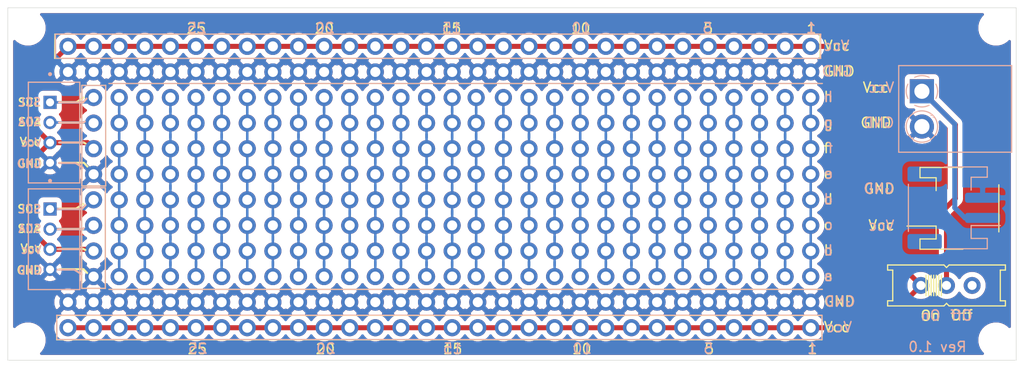
<source format=kicad_pcb>
(kicad_pcb (version 20171130) (host pcbnew 5.1.10-5.1.10)
  (title_block (title pcb-breadboard) (date 2021-10-13) (rev 1.0) (company "Bernhard Bablok") (comment 1 https://github.com/bablokb/pcb-breadboard))
  (layers (0 F.Cu signal) (31 B.Cu signal) (34 B.Paste user) (35 F.Paste user) (36 B.SilkS user) (37 F.SilkS user) (38 B.Mask user) (39 F.Mask user) (44 Edge.Cuts user))
  (net 0 "")
  (net 1 "Net-(B1-Pad1)")
  (net 2 "Net-(B2-Pad1)")
  (net 3 "Net-(B3-Pad1)")
  (net 4 "Net-(B4-Pad1)")
  (net 5 "Net-(B5-Pad1)")
  (net 6 "Net-(B6-Pad1)")
  (net 7 "Net-(B7-Pad1)")
  (net 8 "Net-(B8-Pad1)")
  (net 9 "Net-(B9-Pad1)")
  (net 10 "Net-(B10-Pad1)")
  (net 11 "Net-(B11-Pad1)")
  (net 12 "Net-(B12-Pad1)")
  (net 13 "Net-(B13-Pad1)")
  (net 14 "Net-(B14-Pad1)")
  (net 15 "Net-(B15-Pad1)")
  (net 16 "Net-(B16-Pad1)")
  (net 17 "Net-(B17-Pad1)")
  (net 18 "Net-(B18-Pad1)")
  (net 19 "Net-(B19-Pad1)")
  (net 20 "Net-(B20-Pad1)")
  (net 21 "Net-(B21-Pad1)")
  (net 22 "Net-(B22-Pad1)")
  (net 23 "Net-(B23-Pad1)")
  (net 24 "Net-(B24-Pad1)")
  (net 25 "Net-(B25-Pad1)")
  (net 26 "Net-(B26-Pad1)")
  (net 27 "Net-(B27-Pad1)")
  (net 28 "Net-(B28-Pad1)")
  (net 29 GND)
  (net 30 VCC)
  (net 31 "Net-(J1-Pad2)")
  (net 32 "Net-(J1-Pad1)")
  (net 33 "Net-(J3-Pad2)")
  (net 34 "Net-(J3-Pad1)")
  (net 35 "Net-(J5-Pad1)")
  (net 36 "Net-(S1-PadS)")
  (module MountingHole:MountingHole_2.5mm (layer F.Cu) (at 198 133)
    (fp_text reference H4 hide)
    (fp_text value MountingHole)
    (pad 1 np_thru_hole circle (at 0 0) (size 2.5 2.5) (drill 2.5) (layers *.Cu *.Mask))
  )
  (module MountingHole:MountingHole_2.5mm (layer F.Cu) (at 198 102)
    (fp_text reference H3 hide)
    (fp_text value MountingHole)
    (pad 1 np_thru_hole circle (at 0 0) (size 2.5 2.5) (drill 2.5) (layers *.Cu *.Mask))
  )
  (module MountingHole:MountingHole_2.5mm (layer F.Cu) (at 102 133)
    (fp_text reference H2 hide)
    (fp_text value MountingHole)
    (pad 1 np_thru_hole circle (at 0 0) (size 2.5 2.5) (drill 2.5) (layers *.Cu *.Mask))
  )
  (module MountingHole:MountingHole_2.5mm (layer F.Cu) (at 102 102)
    (fp_text reference H1 hide)
    (fp_text value MountingHole)
    (pad 1 np_thru_hole circle (at 0 0) (size 2.5 2.5) (drill 2.5) (layers *.Cu *.Mask))
  )
  (module Proto_Area:Proto_Area_04x01 (layer F.Cu) (at 108.5054 119.07 270)
    (fp_text reference J3 hide)
    (fp_text value Conn_01x04_Male)
    (pad 4 thru_hole circle (at 7.62 0 270) (size 1.7 1.7) (drill 1) (layers *.Cu *.Mask) (net 29 GND))
    (pad 3 thru_hole circle (at 5.08 0 270) (size 1.7 1.7) (drill 1) (layers *.Cu *.Mask) (net 30 VCC))
    (pad 2 thru_hole circle (at 2.54 0 270) (size 1.7 1.7) (drill 1) (layers *.Cu *.Mask) (net 33 "Net-(J3-Pad2)"))
    (pad 1 thru_hole circle (at 0 0 270) (size 1.7 1.7) (drill 1) (layers *.Cu *.Mask) (net 34 "Net-(J3-Pad1)"))
  )
  (module Proto_Area:Proto_Area_04x01 (layer F.Cu) (at 108.5054 108.91 270)
    (fp_text reference J1 hide)
    (fp_text value Conn_01x04_Male)
    (pad 4 thru_hole circle (at 7.62 0 270) (size 1.7 1.7) (drill 1) (layers *.Cu *.Mask) (net 29 GND))
    (pad 3 thru_hole circle (at 5.08 0 270) (size 1.7 1.7) (drill 1) (layers *.Cu *.Mask) (net 30 VCC))
    (pad 2 thru_hole circle (at 2.54 0 270) (size 1.7 1.7) (drill 1) (layers *.Cu *.Mask) (net 31 "Net-(J1-Pad2)"))
    (pad 1 thru_hole circle (at 0 0 270) (size 1.7 1.7) (drill 1) (layers *.Cu *.Mask) (net 32 "Net-(J1-Pad1)"))
  )
  (module user:bb_strip_pwr_gnd (layer F.Cu) (at 105.9654 103.83)
    (fp_text reference B32 hide)
    (fp_text value BB_Strip_PWR_GND)
    (pad 2 thru_hole circle (at 73.66 2.54) (size 1.7 1.7) (drill 1) (layers *.Cu *.Mask) (net 29 GND))
    (pad 1 thru_hole circle (at 73.66 0) (size 1.7 1.7) (drill 1) (layers *.Cu *.Mask) (net 30 VCC))
    (pad 2 thru_hole circle (at 71.12 2.54) (size 1.7 1.7) (drill 1) (layers *.Cu *.Mask) (net 29 GND))
    (pad 1 thru_hole circle (at 71.12 0) (size 1.7 1.7) (drill 1) (layers *.Cu *.Mask) (net 30 VCC))
    (pad 2 thru_hole circle (at 68.58 2.54) (size 1.7 1.7) (drill 1) (layers *.Cu *.Mask) (net 29 GND))
    (pad 1 thru_hole circle (at 68.58 0) (size 1.7 1.7) (drill 1) (layers *.Cu *.Mask) (net 30 VCC))
    (pad 2 thru_hole circle (at 66.04 2.54) (size 1.7 1.7) (drill 1) (layers *.Cu *.Mask) (net 29 GND))
    (pad 1 thru_hole circle (at 66.04 0) (size 1.7 1.7) (drill 1) (layers *.Cu *.Mask) (net 30 VCC))
    (pad 2 thru_hole circle (at 63.5 2.54) (size 1.7 1.7) (drill 1) (layers *.Cu *.Mask) (net 29 GND))
    (pad 1 thru_hole circle (at 63.5 0) (size 1.7 1.7) (drill 1) (layers *.Cu *.Mask) (net 30 VCC))
    (pad 2 thru_hole circle (at 60.96 2.54) (size 1.7 1.7) (drill 1) (layers *.Cu *.Mask) (net 29 GND))
    (pad 1 thru_hole circle (at 60.96 0) (size 1.7 1.7) (drill 1) (layers *.Cu *.Mask) (net 30 VCC))
    (pad 2 thru_hole circle (at 58.42 2.54) (size 1.7 1.7) (drill 1) (layers *.Cu *.Mask) (net 29 GND))
    (pad 1 thru_hole circle (at 58.42 0) (size 1.7 1.7) (drill 1) (layers *.Cu *.Mask) (net 30 VCC))
    (pad 2 thru_hole circle (at 55.88 2.54) (size 1.7 1.7) (drill 1) (layers *.Cu *.Mask) (net 29 GND))
    (pad 1 thru_hole circle (at 55.88 0) (size 1.7 1.7) (drill 1) (layers *.Cu *.Mask) (net 30 VCC))
    (pad 2 thru_hole circle (at 53.34 2.54) (size 1.7 1.7) (drill 1) (layers *.Cu *.Mask) (net 29 GND))
    (pad 1 thru_hole circle (at 53.34 0) (size 1.7 1.7) (drill 1) (layers *.Cu *.Mask) (net 30 VCC))
    (pad 2 thru_hole circle (at 50.8 2.54) (size 1.7 1.7) (drill 1) (layers *.Cu *.Mask) (net 29 GND))
    (pad 1 thru_hole circle (at 50.8 0) (size 1.7 1.7) (drill 1) (layers *.Cu *.Mask) (net 30 VCC))
    (pad 2 thru_hole circle (at 48.26 2.54) (size 1.7 1.7) (drill 1) (layers *.Cu *.Mask) (net 29 GND))
    (pad 1 thru_hole circle (at 48.26 0) (size 1.7 1.7) (drill 1) (layers *.Cu *.Mask) (net 30 VCC))
    (pad 2 thru_hole circle (at 45.72 2.54) (size 1.7 1.7) (drill 1) (layers *.Cu *.Mask) (net 29 GND))
    (pad 1 thru_hole circle (at 45.72 0) (size 1.7 1.7) (drill 1) (layers *.Cu *.Mask) (net 30 VCC))
    (pad 2 thru_hole circle (at 43.18 2.54) (size 1.7 1.7) (drill 1) (layers *.Cu *.Mask) (net 29 GND))
    (pad 1 thru_hole circle (at 43.18 0) (size 1.7 1.7) (drill 1) (layers *.Cu *.Mask) (net 30 VCC))
    (pad 2 thru_hole circle (at 40.64 2.54) (size 1.7 1.7) (drill 1) (layers *.Cu *.Mask) (net 29 GND))
    (pad 1 thru_hole circle (at 40.64 0) (size 1.7 1.7) (drill 1) (layers *.Cu *.Mask) (net 30 VCC))
    (pad 2 thru_hole circle (at 38.1 2.54) (size 1.7 1.7) (drill 1) (layers *.Cu *.Mask) (net 29 GND))
    (pad 1 thru_hole circle (at 38.1 0) (size 1.7 1.7) (drill 1) (layers *.Cu *.Mask) (net 30 VCC))
    (pad 2 thru_hole circle (at 35.56 2.54) (size 1.7 1.7) (drill 1) (layers *.Cu *.Mask) (net 29 GND))
    (pad 1 thru_hole circle (at 35.56 0) (size 1.7 1.7) (drill 1) (layers *.Cu *.Mask) (net 30 VCC))
    (pad 2 thru_hole circle (at 33.02 2.54) (size 1.7 1.7) (drill 1) (layers *.Cu *.Mask) (net 29 GND))
    (pad 1 thru_hole circle (at 33.02 0) (size 1.7 1.7) (drill 1) (layers *.Cu *.Mask) (net 30 VCC))
    (pad 2 thru_hole circle (at 30.48 2.54) (size 1.7 1.7) (drill 1) (layers *.Cu *.Mask) (net 29 GND))
    (pad 1 thru_hole circle (at 30.48 0) (size 1.7 1.7) (drill 1) (layers *.Cu *.Mask) (net 30 VCC))
    (pad 2 thru_hole circle (at 27.94 2.54) (size 1.7 1.7) (drill 1) (layers *.Cu *.Mask) (net 29 GND))
    (pad 1 thru_hole circle (at 27.94 0) (size 1.7 1.7) (drill 1) (layers *.Cu *.Mask) (net 30 VCC))
    (pad 2 thru_hole circle (at 25.4 2.54) (size 1.7 1.7) (drill 1) (layers *.Cu *.Mask) (net 29 GND))
    (pad 1 thru_hole circle (at 25.4 0) (size 1.7 1.7) (drill 1) (layers *.Cu *.Mask) (net 30 VCC))
    (pad 2 thru_hole circle (at 22.86 2.54) (size 1.7 1.7) (drill 1) (layers *.Cu *.Mask) (net 29 GND))
    (pad 1 thru_hole circle (at 22.86 0) (size 1.7 1.7) (drill 1) (layers *.Cu *.Mask) (net 30 VCC))
    (pad 2 thru_hole circle (at 20.32 2.54) (size 1.7 1.7) (drill 1) (layers *.Cu *.Mask) (net 29 GND))
    (pad 1 thru_hole circle (at 20.32 0) (size 1.7 1.7) (drill 1) (layers *.Cu *.Mask) (net 30 VCC))
    (pad 2 thru_hole circle (at 17.78 2.54) (size 1.7 1.7) (drill 1) (layers *.Cu *.Mask) (net 29 GND))
    (pad 1 thru_hole circle (at 17.78 0) (size 1.7 1.7) (drill 1) (layers *.Cu *.Mask) (net 30 VCC))
    (pad 2 thru_hole circle (at 15.24 2.54) (size 1.7 1.7) (drill 1) (layers *.Cu *.Mask) (net 29 GND))
    (pad 1 thru_hole circle (at 15.24 0) (size 1.7 1.7) (drill 1) (layers *.Cu *.Mask) (net 30 VCC))
    (pad 2 thru_hole circle (at 12.7 2.54) (size 1.7 1.7) (drill 1) (layers *.Cu *.Mask) (net 29 GND))
    (pad 1 thru_hole circle (at 12.7 0) (size 1.7 1.7) (drill 1) (layers *.Cu *.Mask) (net 30 VCC))
    (pad 2 thru_hole circle (at 10.16 2.54) (size 1.7 1.7) (drill 1) (layers *.Cu *.Mask) (net 29 GND))
    (pad 1 thru_hole circle (at 10.16 0) (size 1.7 1.7) (drill 1) (layers *.Cu *.Mask) (net 30 VCC))
    (pad 2 thru_hole circle (at 7.62 2.54) (size 1.7 1.7) (drill 1) (layers *.Cu *.Mask) (net 29 GND))
    (pad 1 thru_hole circle (at 7.62 0) (size 1.7 1.7) (drill 1) (layers *.Cu *.Mask) (net 30 VCC))
    (pad 2 thru_hole circle (at 5.08 2.54) (size 1.7 1.7) (drill 1) (layers *.Cu *.Mask) (net 29 GND))
    (pad 1 thru_hole circle (at 5.08 0) (size 1.7 1.7) (drill 1) (layers *.Cu *.Mask) (net 30 VCC))
    (pad 2 thru_hole circle (at 2.54 2.54) (size 1.7 1.7) (drill 1) (layers *.Cu *.Mask) (net 29 GND))
    (pad 1 thru_hole circle (at 2.54 0) (size 1.7 1.7) (drill 1) (layers *.Cu *.Mask) (net 30 VCC))
    (pad 2 thru_hole circle (at 0 2.54) (size 1.7 1.7) (drill 1) (layers *.Cu *.Mask) (net 29 GND))
    (pad 1 thru_hole circle (at 0 0) (size 1.7 1.7) (drill 1) (layers *.Cu *.Mask) (net 30 VCC))
  )
  (module user:bb_strip_pwr_gnd (layer F.Cu) (at 179.6254 131.77 180)
    (fp_text reference B31 hide)
    (fp_text value BB_Strip_PWR_GND)
    (pad 2 thru_hole circle (at 73.66 2.54 180) (size 1.7 1.7) (drill 1) (layers *.Cu *.Mask) (net 29 GND))
    (pad 1 thru_hole circle (at 73.66 0 180) (size 1.7 1.7) (drill 1) (layers *.Cu *.Mask) (net 30 VCC))
    (pad 2 thru_hole circle (at 71.12 2.54 180) (size 1.7 1.7) (drill 1) (layers *.Cu *.Mask) (net 29 GND))
    (pad 1 thru_hole circle (at 71.12 0 180) (size 1.7 1.7) (drill 1) (layers *.Cu *.Mask) (net 30 VCC))
    (pad 2 thru_hole circle (at 68.58 2.54 180) (size 1.7 1.7) (drill 1) (layers *.Cu *.Mask) (net 29 GND))
    (pad 1 thru_hole circle (at 68.58 0 180) (size 1.7 1.7) (drill 1) (layers *.Cu *.Mask) (net 30 VCC))
    (pad 2 thru_hole circle (at 66.04 2.54 180) (size 1.7 1.7) (drill 1) (layers *.Cu *.Mask) (net 29 GND))
    (pad 1 thru_hole circle (at 66.04 0 180) (size 1.7 1.7) (drill 1) (layers *.Cu *.Mask) (net 30 VCC))
    (pad 2 thru_hole circle (at 63.5 2.54 180) (size 1.7 1.7) (drill 1) (layers *.Cu *.Mask) (net 29 GND))
    (pad 1 thru_hole circle (at 63.5 0 180) (size 1.7 1.7) (drill 1) (layers *.Cu *.Mask) (net 30 VCC))
    (pad 2 thru_hole circle (at 60.96 2.54 180) (size 1.7 1.7) (drill 1) (layers *.Cu *.Mask) (net 29 GND))
    (pad 1 thru_hole circle (at 60.96 0 180) (size 1.7 1.7) (drill 1) (layers *.Cu *.Mask) (net 30 VCC))
    (pad 2 thru_hole circle (at 58.42 2.54 180) (size 1.7 1.7) (drill 1) (layers *.Cu *.Mask) (net 29 GND))
    (pad 1 thru_hole circle (at 58.42 0 180) (size 1.7 1.7) (drill 1) (layers *.Cu *.Mask) (net 30 VCC))
    (pad 2 thru_hole circle (at 55.88 2.54 180) (size 1.7 1.7) (drill 1) (layers *.Cu *.Mask) (net 29 GND))
    (pad 1 thru_hole circle (at 55.88 0 180) (size 1.7 1.7) (drill 1) (layers *.Cu *.Mask) (net 30 VCC))
    (pad 2 thru_hole circle (at 53.34 2.54 180) (size 1.7 1.7) (drill 1) (layers *.Cu *.Mask) (net 29 GND))
    (pad 1 thru_hole circle (at 53.34 0 180) (size 1.7 1.7) (drill 1) (layers *.Cu *.Mask) (net 30 VCC))
    (pad 2 thru_hole circle (at 50.8 2.54 180) (size 1.7 1.7) (drill 1) (layers *.Cu *.Mask) (net 29 GND))
    (pad 1 thru_hole circle (at 50.8 0 180) (size 1.7 1.7) (drill 1) (layers *.Cu *.Mask) (net 30 VCC))
    (pad 2 thru_hole circle (at 48.26 2.54 180) (size 1.7 1.7) (drill 1) (layers *.Cu *.Mask) (net 29 GND))
    (pad 1 thru_hole circle (at 48.26 0 180) (size 1.7 1.7) (drill 1) (layers *.Cu *.Mask) (net 30 VCC))
    (pad 2 thru_hole circle (at 45.72 2.54 180) (size 1.7 1.7) (drill 1) (layers *.Cu *.Mask) (net 29 GND))
    (pad 1 thru_hole circle (at 45.72 0 180) (size 1.7 1.7) (drill 1) (layers *.Cu *.Mask) (net 30 VCC))
    (pad 2 thru_hole circle (at 43.18 2.54 180) (size 1.7 1.7) (drill 1) (layers *.Cu *.Mask) (net 29 GND))
    (pad 1 thru_hole circle (at 43.18 0 180) (size 1.7 1.7) (drill 1) (layers *.Cu *.Mask) (net 30 VCC))
    (pad 2 thru_hole circle (at 40.64 2.54 180) (size 1.7 1.7) (drill 1) (layers *.Cu *.Mask) (net 29 GND))
    (pad 1 thru_hole circle (at 40.64 0 180) (size 1.7 1.7) (drill 1) (layers *.Cu *.Mask) (net 30 VCC))
    (pad 2 thru_hole circle (at 38.1 2.54 180) (size 1.7 1.7) (drill 1) (layers *.Cu *.Mask) (net 29 GND))
    (pad 1 thru_hole circle (at 38.1 0 180) (size 1.7 1.7) (drill 1) (layers *.Cu *.Mask) (net 30 VCC))
    (pad 2 thru_hole circle (at 35.56 2.54 180) (size 1.7 1.7) (drill 1) (layers *.Cu *.Mask) (net 29 GND))
    (pad 1 thru_hole circle (at 35.56 0 180) (size 1.7 1.7) (drill 1) (layers *.Cu *.Mask) (net 30 VCC))
    (pad 2 thru_hole circle (at 33.02 2.54 180) (size 1.7 1.7) (drill 1) (layers *.Cu *.Mask) (net 29 GND))
    (pad 1 thru_hole circle (at 33.02 0 180) (size 1.7 1.7) (drill 1) (layers *.Cu *.Mask) (net 30 VCC))
    (pad 2 thru_hole circle (at 30.48 2.54 180) (size 1.7 1.7) (drill 1) (layers *.Cu *.Mask) (net 29 GND))
    (pad 1 thru_hole circle (at 30.48 0 180) (size 1.7 1.7) (drill 1) (layers *.Cu *.Mask) (net 30 VCC))
    (pad 2 thru_hole circle (at 27.94 2.54 180) (size 1.7 1.7) (drill 1) (layers *.Cu *.Mask) (net 29 GND))
    (pad 1 thru_hole circle (at 27.94 0 180) (size 1.7 1.7) (drill 1) (layers *.Cu *.Mask) (net 30 VCC))
    (pad 2 thru_hole circle (at 25.4 2.54 180) (size 1.7 1.7) (drill 1) (layers *.Cu *.Mask) (net 29 GND))
    (pad 1 thru_hole circle (at 25.4 0 180) (size 1.7 1.7) (drill 1) (layers *.Cu *.Mask) (net 30 VCC))
    (pad 2 thru_hole circle (at 22.86 2.54 180) (size 1.7 1.7) (drill 1) (layers *.Cu *.Mask) (net 29 GND))
    (pad 1 thru_hole circle (at 22.86 0 180) (size 1.7 1.7) (drill 1) (layers *.Cu *.Mask) (net 30 VCC))
    (pad 2 thru_hole circle (at 20.32 2.54 180) (size 1.7 1.7) (drill 1) (layers *.Cu *.Mask) (net 29 GND))
    (pad 1 thru_hole circle (at 20.32 0 180) (size 1.7 1.7) (drill 1) (layers *.Cu *.Mask) (net 30 VCC))
    (pad 2 thru_hole circle (at 17.78 2.54 180) (size 1.7 1.7) (drill 1) (layers *.Cu *.Mask) (net 29 GND))
    (pad 1 thru_hole circle (at 17.78 0 180) (size 1.7 1.7) (drill 1) (layers *.Cu *.Mask) (net 30 VCC))
    (pad 2 thru_hole circle (at 15.24 2.54 180) (size 1.7 1.7) (drill 1) (layers *.Cu *.Mask) (net 29 GND))
    (pad 1 thru_hole circle (at 15.24 0 180) (size 1.7 1.7) (drill 1) (layers *.Cu *.Mask) (net 30 VCC))
    (pad 2 thru_hole circle (at 12.7 2.54 180) (size 1.7 1.7) (drill 1) (layers *.Cu *.Mask) (net 29 GND))
    (pad 1 thru_hole circle (at 12.7 0 180) (size 1.7 1.7) (drill 1) (layers *.Cu *.Mask) (net 30 VCC))
    (pad 2 thru_hole circle (at 10.16 2.54 180) (size 1.7 1.7) (drill 1) (layers *.Cu *.Mask) (net 29 GND))
    (pad 1 thru_hole circle (at 10.16 0 180) (size 1.7 1.7) (drill 1) (layers *.Cu *.Mask) (net 30 VCC))
    (pad 2 thru_hole circle (at 7.62 2.54 180) (size 1.7 1.7) (drill 1) (layers *.Cu *.Mask) (net 29 GND))
    (pad 1 thru_hole circle (at 7.62 0 180) (size 1.7 1.7) (drill 1) (layers *.Cu *.Mask) (net 30 VCC))
    (pad 2 thru_hole circle (at 5.08 2.54 180) (size 1.7 1.7) (drill 1) (layers *.Cu *.Mask) (net 29 GND))
    (pad 1 thru_hole circle (at 5.08 0 180) (size 1.7 1.7) (drill 1) (layers *.Cu *.Mask) (net 30 VCC))
    (pad 2 thru_hole circle (at 2.54 2.54 180) (size 1.7 1.7) (drill 1) (layers *.Cu *.Mask) (net 29 GND))
    (pad 1 thru_hole circle (at 2.54 0 180) (size 1.7 1.7) (drill 1) (layers *.Cu *.Mask) (net 30 VCC))
    (pad 2 thru_hole circle (at 0 2.54 180) (size 1.7 1.7) (drill 1) (layers *.Cu *.Mask) (net 29 GND))
    (pad 1 thru_hole circle (at 0 0 180) (size 1.7 1.7) (drill 1) (layers *.Cu *.Mask) (net 30 VCC))
  )
  (module user:EG1218 (layer F.Cu) (at 193.09 127.571)
    (fp_text reference S1 hide)
    (fp_text value EG1218)
    (pad S thru_hole circle (at 2.54 0) (size 1.6764 1.6764) (drill 0.9) (layers *.Cu *.Mask) (net 36 "Net-(S1-PadS)"))
    (pad O thru_hole circle (at -2.54 0) (size 1.6764 1.6764) (drill 0.9) (layers *.Cu *.Mask) (net 30 VCC))
    (pad P thru_hole circle (at 0 0) (size 1.6764 1.6764) (drill 0.9) (layers *.Cu *.Mask) (net 35 "Net-(J5-Pad1)"))
  )
  (module Connector_JST:JST_PH_S2B-PH-SM4-TB_1x02-1MP_P2.00mm_Horizontal (layer B.Cu) (at 193.8206 119.8638 90)
    (fp_text reference J7 hide)
    (fp_text value JST_PWR hide)
    (pad MP smd roundrect (at 3.35 -2.9 90) (size 1.5 3.4) (layers B.Cu B.Paste B.Mask) (roundrect_rratio 0.1666666666666667))
    (pad MP smd roundrect (at -3.35 -2.9 90) (size 1.5 3.4) (layers B.Cu B.Paste B.Mask) (roundrect_rratio 0.1666666666666667))
    (pad 2 smd roundrect (at 1 2.85 90) (size 1 3.5) (layers B.Cu B.Paste B.Mask) (net 29 GND))
    (pad 1 smd roundrect (at -1 2.85 90) (size 1 3.5) (layers B.Cu B.Paste B.Mask) (net 35 "Net-(J5-Pad1)"))
  )
  (module Connector_JST:JST_PH_S2B-PH-SM4-TB_1x02-1MP_P2.00mm_Horizontal (layer F.Cu) (at 193.7698 119.9146 90)
    (fp_text reference J6 hide)
    (fp_text value JST_PWR)
    (pad MP smd roundrect (at 3.35 2.9 90) (size 1.5 3.4) (layers F.Cu F.Paste F.Mask) (roundrect_rratio 0.1666666666666667))
    (pad MP smd roundrect (at -3.35 2.9 90) (size 1.5 3.4) (layers F.Cu F.Paste F.Mask) (roundrect_rratio 0.1666666666666667))
    (pad 2 smd roundrect (at 1 -2.85 90) (size 1 3.5) (layers F.Cu F.Paste F.Mask) (net 29 GND))
    (pad 1 smd roundrect (at -1 -2.85 90) (size 1 3.5) (layers F.Cu F.Paste F.Mask) (net 35 "Net-(J5-Pad1)"))
  )
  (module user:TerminalBlock_MetzConnect_Type182_PT11302HBBN_1x02_P3.50mm_Horizontal (layer B.Cu) (at 190.65 108.29 270)
    (fp_text reference J5 hide)
    (fp_text value AKL_PWR)
    (pad 2 thru_hole circle (at 3.5 0 270) (size 2.4 2.4) (drill 1.5) (layers *.Cu *.Mask) (net 29 GND))
    (pad 1 thru_hole rect (at 0 0 270) (size 2.4 2.4) (drill 1.5) (layers *.Cu *.Mask) (net 35 "Net-(J5-Pad1)"))
  )
  (module user:grove_vertical (layer B.Cu) (at 104.1874 122.9816 270)
    (fp_text reference J4 hide)
    (fp_text value Grove)
    (pad 4 thru_hole circle (at 3 0 270) (size 1.308 1.308) (drill 0.8) (layers *.Cu *.Mask) (net 29 GND))
    (pad 3 thru_hole circle (at 1 0 270) (size 1.308 1.308) (drill 0.8) (layers *.Cu *.Mask) (net 30 VCC))
    (pad 2 thru_hole circle (at -1 0 270) (size 1.308 1.308) (drill 0.8) (layers *.Cu *.Mask) (net 33 "Net-(J3-Pad2)"))
    (pad 1 thru_hole rect (at -3 0 270) (size 1.308 1.308) (drill 0.8) (layers *.Cu *.Mask) (net 34 "Net-(J3-Pad1)"))
  )
  (module user:grove_vertical (layer B.Cu) (at 104.1874 112.3898 270)
    (fp_text reference J2 hide)
    (fp_text value Grove)
    (pad 4 thru_hole circle (at 3 0 270) (size 1.308 1.308) (drill 0.8) (layers *.Cu *.Mask) (net 29 GND))
    (pad 3 thru_hole circle (at 1 0 270) (size 1.308 1.308) (drill 0.8) (layers *.Cu *.Mask) (net 30 VCC))
    (pad 2 thru_hole circle (at -1 0 270) (size 1.308 1.308) (drill 0.8) (layers *.Cu *.Mask) (net 31 "Net-(J1-Pad2)"))
    (pad 1 thru_hole rect (at -3 0 270) (size 1.308 1.308) (drill 0.8) (layers *.Cu *.Mask) (net 32 "Net-(J1-Pad1)"))
  )
  (module user:bb_strip (layer F.Cu) (at 111.0454 108.91)
    (fp_text reference B28 hide)
    (fp_text value BB_Strip)
    (pad 1 smd roundrect (at 0 16.51) (size 0.25 0.5) (layers B.Cu B.Paste B.Mask) (net 28 "Net-(B28-Pad1)"))
    (pad 1 smd roundrect (at 0 13.97) (size 0.25 0.5) (layers B.Cu B.Paste B.Mask) (net 28 "Net-(B28-Pad1)"))
    (pad 1 smd roundrect (at 0 11.43) (size 0.25 0.5) (layers B.Cu B.Paste B.Mask) (net 28 "Net-(B28-Pad1)"))
    (pad 1 smd roundrect (at 0 1.27) (size 0.25 0.5) (layers B.Cu B.Paste B.Mask) (net 28 "Net-(B28-Pad1)"))
    (pad 1 smd roundrect (at 0 3.81) (size 0.25 0.5) (layers B.Cu B.Paste B.Mask) (net 28 "Net-(B28-Pad1)"))
    (pad 1 smd roundrect (at 0 6.35) (size 0.25 0.5) (layers B.Cu B.Paste B.Mask) (net 28 "Net-(B28-Pad1)"))
    (pad 1 smd roundrect (at 0 8.89) (size 0.25 0.5) (layers B.Cu B.Paste B.Mask) (net 28 "Net-(B28-Pad1)"))
    (pad 1 thru_hole circle (at 0 17.78) (size 1.7 1.7) (drill 1) (layers *.Cu *.Mask) (net 28 "Net-(B28-Pad1)"))
    (pad 1 thru_hole circle (at 0 15.24) (size 1.7 1.7) (drill 1) (layers *.Cu *.Mask) (net 28 "Net-(B28-Pad1)"))
    (pad 1 thru_hole circle (at 0 12.7) (size 1.7 1.7) (drill 1) (layers *.Cu *.Mask) (net 28 "Net-(B28-Pad1)"))
    (pad 1 thru_hole circle (at 0 10.16) (size 1.7 1.7) (drill 1) (layers *.Cu *.Mask) (net 28 "Net-(B28-Pad1)"))
    (pad 1 thru_hole circle (at 0 7.62) (size 1.7 1.7) (drill 1) (layers *.Cu *.Mask) (net 28 "Net-(B28-Pad1)"))
    (pad 1 thru_hole circle (at 0 5.08) (size 1.7 1.7) (drill 1) (layers *.Cu *.Mask) (net 28 "Net-(B28-Pad1)"))
    (pad 1 thru_hole circle (at 0 2.54) (size 1.7 1.7) (drill 1) (layers *.Cu *.Mask) (net 28 "Net-(B28-Pad1)"))
    (pad 1 thru_hole circle (at 0 0) (size 1.7 1.7) (drill 1) (layers *.Cu *.Mask) (net 28 "Net-(B28-Pad1)"))
  )
  (module user:bb_strip (layer F.Cu) (at 113.5854 108.91)
    (fp_text reference B27 hide)
    (fp_text value BB_Strip)
    (pad 1 smd roundrect (at 0 16.51) (size 0.25 0.5) (layers B.Cu B.Paste B.Mask) (net 27 "Net-(B27-Pad1)"))
    (pad 1 smd roundrect (at 0 13.97) (size 0.25 0.5) (layers B.Cu B.Paste B.Mask) (net 27 "Net-(B27-Pad1)"))
    (pad 1 smd roundrect (at 0 11.43) (size 0.25 0.5) (layers B.Cu B.Paste B.Mask) (net 27 "Net-(B27-Pad1)"))
    (pad 1 smd roundrect (at 0 1.27) (size 0.25 0.5) (layers B.Cu B.Paste B.Mask) (net 27 "Net-(B27-Pad1)"))
    (pad 1 smd roundrect (at 0 3.81) (size 0.25 0.5) (layers B.Cu B.Paste B.Mask) (net 27 "Net-(B27-Pad1)"))
    (pad 1 smd roundrect (at 0 6.35) (size 0.25 0.5) (layers B.Cu B.Paste B.Mask) (net 27 "Net-(B27-Pad1)"))
    (pad 1 smd roundrect (at 0 8.89) (size 0.25 0.5) (layers B.Cu B.Paste B.Mask) (net 27 "Net-(B27-Pad1)"))
    (pad 1 thru_hole circle (at 0 17.78) (size 1.7 1.7) (drill 1) (layers *.Cu *.Mask) (net 27 "Net-(B27-Pad1)"))
    (pad 1 thru_hole circle (at 0 15.24) (size 1.7 1.7) (drill 1) (layers *.Cu *.Mask) (net 27 "Net-(B27-Pad1)"))
    (pad 1 thru_hole circle (at 0 12.7) (size 1.7 1.7) (drill 1) (layers *.Cu *.Mask) (net 27 "Net-(B27-Pad1)"))
    (pad 1 thru_hole circle (at 0 10.16) (size 1.7 1.7) (drill 1) (layers *.Cu *.Mask) (net 27 "Net-(B27-Pad1)"))
    (pad 1 thru_hole circle (at 0 7.62) (size 1.7 1.7) (drill 1) (layers *.Cu *.Mask) (net 27 "Net-(B27-Pad1)"))
    (pad 1 thru_hole circle (at 0 5.08) (size 1.7 1.7) (drill 1) (layers *.Cu *.Mask) (net 27 "Net-(B27-Pad1)"))
    (pad 1 thru_hole circle (at 0 2.54) (size 1.7 1.7) (drill 1) (layers *.Cu *.Mask) (net 27 "Net-(B27-Pad1)"))
    (pad 1 thru_hole circle (at 0 0) (size 1.7 1.7) (drill 1) (layers *.Cu *.Mask) (net 27 "Net-(B27-Pad1)"))
  )
  (module user:bb_strip (layer F.Cu) (at 116.1254 108.91)
    (fp_text reference B26 hide)
    (fp_text value BB_Strip)
    (pad 1 smd roundrect (at 0 16.51) (size 0.25 0.5) (layers B.Cu B.Paste B.Mask) (net 26 "Net-(B26-Pad1)"))
    (pad 1 smd roundrect (at 0 13.97) (size 0.25 0.5) (layers B.Cu B.Paste B.Mask) (net 26 "Net-(B26-Pad1)"))
    (pad 1 smd roundrect (at 0 11.43) (size 0.25 0.5) (layers B.Cu B.Paste B.Mask) (net 26 "Net-(B26-Pad1)"))
    (pad 1 smd roundrect (at 0 1.27) (size 0.25 0.5) (layers B.Cu B.Paste B.Mask) (net 26 "Net-(B26-Pad1)"))
    (pad 1 smd roundrect (at 0 3.81) (size 0.25 0.5) (layers B.Cu B.Paste B.Mask) (net 26 "Net-(B26-Pad1)"))
    (pad 1 smd roundrect (at 0 6.35) (size 0.25 0.5) (layers B.Cu B.Paste B.Mask) (net 26 "Net-(B26-Pad1)"))
    (pad 1 smd roundrect (at 0 8.89) (size 0.25 0.5) (layers B.Cu B.Paste B.Mask) (net 26 "Net-(B26-Pad1)"))
    (pad 1 thru_hole circle (at 0 17.78) (size 1.7 1.7) (drill 1) (layers *.Cu *.Mask) (net 26 "Net-(B26-Pad1)"))
    (pad 1 thru_hole circle (at 0 15.24) (size 1.7 1.7) (drill 1) (layers *.Cu *.Mask) (net 26 "Net-(B26-Pad1)"))
    (pad 1 thru_hole circle (at 0 12.7) (size 1.7 1.7) (drill 1) (layers *.Cu *.Mask) (net 26 "Net-(B26-Pad1)"))
    (pad 1 thru_hole circle (at 0 10.16) (size 1.7 1.7) (drill 1) (layers *.Cu *.Mask) (net 26 "Net-(B26-Pad1)"))
    (pad 1 thru_hole circle (at 0 7.62) (size 1.7 1.7) (drill 1) (layers *.Cu *.Mask) (net 26 "Net-(B26-Pad1)"))
    (pad 1 thru_hole circle (at 0 5.08) (size 1.7 1.7) (drill 1) (layers *.Cu *.Mask) (net 26 "Net-(B26-Pad1)"))
    (pad 1 thru_hole circle (at 0 2.54) (size 1.7 1.7) (drill 1) (layers *.Cu *.Mask) (net 26 "Net-(B26-Pad1)"))
    (pad 1 thru_hole circle (at 0 0) (size 1.7 1.7) (drill 1) (layers *.Cu *.Mask) (net 26 "Net-(B26-Pad1)"))
  )
  (module user:bb_strip (layer F.Cu) (at 118.6654 108.91)
    (fp_text reference B25 hide)
    (fp_text value BB_Strip)
    (pad 1 smd roundrect (at 0 16.51) (size 0.25 0.5) (layers B.Cu B.Paste B.Mask) (net 25 "Net-(B25-Pad1)"))
    (pad 1 smd roundrect (at 0 13.97) (size 0.25 0.5) (layers B.Cu B.Paste B.Mask) (net 25 "Net-(B25-Pad1)"))
    (pad 1 smd roundrect (at 0 11.43) (size 0.25 0.5) (layers B.Cu B.Paste B.Mask) (net 25 "Net-(B25-Pad1)"))
    (pad 1 smd roundrect (at 0 1.27) (size 0.25 0.5) (layers B.Cu B.Paste B.Mask) (net 25 "Net-(B25-Pad1)"))
    (pad 1 smd roundrect (at 0 3.81) (size 0.25 0.5) (layers B.Cu B.Paste B.Mask) (net 25 "Net-(B25-Pad1)"))
    (pad 1 smd roundrect (at 0 6.35) (size 0.25 0.5) (layers B.Cu B.Paste B.Mask) (net 25 "Net-(B25-Pad1)"))
    (pad 1 smd roundrect (at 0 8.89) (size 0.25 0.5) (layers B.Cu B.Paste B.Mask) (net 25 "Net-(B25-Pad1)"))
    (pad 1 thru_hole circle (at 0 17.78) (size 1.7 1.7) (drill 1) (layers *.Cu *.Mask) (net 25 "Net-(B25-Pad1)"))
    (pad 1 thru_hole circle (at 0 15.24) (size 1.7 1.7) (drill 1) (layers *.Cu *.Mask) (net 25 "Net-(B25-Pad1)"))
    (pad 1 thru_hole circle (at 0 12.7) (size 1.7 1.7) (drill 1) (layers *.Cu *.Mask) (net 25 "Net-(B25-Pad1)"))
    (pad 1 thru_hole circle (at 0 10.16) (size 1.7 1.7) (drill 1) (layers *.Cu *.Mask) (net 25 "Net-(B25-Pad1)"))
    (pad 1 thru_hole circle (at 0 7.62) (size 1.7 1.7) (drill 1) (layers *.Cu *.Mask) (net 25 "Net-(B25-Pad1)"))
    (pad 1 thru_hole circle (at 0 5.08) (size 1.7 1.7) (drill 1) (layers *.Cu *.Mask) (net 25 "Net-(B25-Pad1)"))
    (pad 1 thru_hole circle (at 0 2.54) (size 1.7 1.7) (drill 1) (layers *.Cu *.Mask) (net 25 "Net-(B25-Pad1)"))
    (pad 1 thru_hole circle (at 0 0) (size 1.7 1.7) (drill 1) (layers *.Cu *.Mask) (net 25 "Net-(B25-Pad1)"))
  )
  (module user:bb_strip (layer F.Cu) (at 121.2054 108.91)
    (fp_text reference B24 hide)
    (fp_text value BB_Strip)
    (pad 1 smd roundrect (at 0 16.51) (size 0.25 0.5) (layers B.Cu B.Paste B.Mask) (net 24 "Net-(B24-Pad1)"))
    (pad 1 smd roundrect (at 0 13.97) (size 0.25 0.5) (layers B.Cu B.Paste B.Mask) (net 24 "Net-(B24-Pad1)"))
    (pad 1 smd roundrect (at 0 11.43) (size 0.25 0.5) (layers B.Cu B.Paste B.Mask) (net 24 "Net-(B24-Pad1)"))
    (pad 1 smd roundrect (at 0 1.27) (size 0.25 0.5) (layers B.Cu B.Paste B.Mask) (net 24 "Net-(B24-Pad1)"))
    (pad 1 smd roundrect (at 0 3.81) (size 0.25 0.5) (layers B.Cu B.Paste B.Mask) (net 24 "Net-(B24-Pad1)"))
    (pad 1 smd roundrect (at 0 6.35) (size 0.25 0.5) (layers B.Cu B.Paste B.Mask) (net 24 "Net-(B24-Pad1)"))
    (pad 1 smd roundrect (at 0 8.89) (size 0.25 0.5) (layers B.Cu B.Paste B.Mask) (net 24 "Net-(B24-Pad1)"))
    (pad 1 thru_hole circle (at 0 17.78) (size 1.7 1.7) (drill 1) (layers *.Cu *.Mask) (net 24 "Net-(B24-Pad1)"))
    (pad 1 thru_hole circle (at 0 15.24) (size 1.7 1.7) (drill 1) (layers *.Cu *.Mask) (net 24 "Net-(B24-Pad1)"))
    (pad 1 thru_hole circle (at 0 12.7) (size 1.7 1.7) (drill 1) (layers *.Cu *.Mask) (net 24 "Net-(B24-Pad1)"))
    (pad 1 thru_hole circle (at 0 10.16) (size 1.7 1.7) (drill 1) (layers *.Cu *.Mask) (net 24 "Net-(B24-Pad1)"))
    (pad 1 thru_hole circle (at 0 7.62) (size 1.7 1.7) (drill 1) (layers *.Cu *.Mask) (net 24 "Net-(B24-Pad1)"))
    (pad 1 thru_hole circle (at 0 5.08) (size 1.7 1.7) (drill 1) (layers *.Cu *.Mask) (net 24 "Net-(B24-Pad1)"))
    (pad 1 thru_hole circle (at 0 2.54) (size 1.7 1.7) (drill 1) (layers *.Cu *.Mask) (net 24 "Net-(B24-Pad1)"))
    (pad 1 thru_hole circle (at 0 0) (size 1.7 1.7) (drill 1) (layers *.Cu *.Mask) (net 24 "Net-(B24-Pad1)"))
  )
  (module user:bb_strip (layer F.Cu) (at 123.7454 108.91)
    (fp_text reference B23 hide)
    (fp_text value BB_Strip)
    (pad 1 smd roundrect (at 0 16.51) (size 0.25 0.5) (layers B.Cu B.Paste B.Mask) (net 23 "Net-(B23-Pad1)"))
    (pad 1 smd roundrect (at 0 13.97) (size 0.25 0.5) (layers B.Cu B.Paste B.Mask) (net 23 "Net-(B23-Pad1)"))
    (pad 1 smd roundrect (at 0 11.43) (size 0.25 0.5) (layers B.Cu B.Paste B.Mask) (net 23 "Net-(B23-Pad1)"))
    (pad 1 smd roundrect (at 0 1.27) (size 0.25 0.5) (layers B.Cu B.Paste B.Mask) (net 23 "Net-(B23-Pad1)"))
    (pad 1 smd roundrect (at 0 3.81) (size 0.25 0.5) (layers B.Cu B.Paste B.Mask) (net 23 "Net-(B23-Pad1)"))
    (pad 1 smd roundrect (at 0 6.35) (size 0.25 0.5) (layers B.Cu B.Paste B.Mask) (net 23 "Net-(B23-Pad1)"))
    (pad 1 smd roundrect (at 0 8.89) (size 0.25 0.5) (layers B.Cu B.Paste B.Mask) (net 23 "Net-(B23-Pad1)"))
    (pad 1 thru_hole circle (at 0 17.78) (size 1.7 1.7) (drill 1) (layers *.Cu *.Mask) (net 23 "Net-(B23-Pad1)"))
    (pad 1 thru_hole circle (at 0 15.24) (size 1.7 1.7) (drill 1) (layers *.Cu *.Mask) (net 23 "Net-(B23-Pad1)"))
    (pad 1 thru_hole circle (at 0 12.7) (size 1.7 1.7) (drill 1) (layers *.Cu *.Mask) (net 23 "Net-(B23-Pad1)"))
    (pad 1 thru_hole circle (at 0 10.16) (size 1.7 1.7) (drill 1) (layers *.Cu *.Mask) (net 23 "Net-(B23-Pad1)"))
    (pad 1 thru_hole circle (at 0 7.62) (size 1.7 1.7) (drill 1) (layers *.Cu *.Mask) (net 23 "Net-(B23-Pad1)"))
    (pad 1 thru_hole circle (at 0 5.08) (size 1.7 1.7) (drill 1) (layers *.Cu *.Mask) (net 23 "Net-(B23-Pad1)"))
    (pad 1 thru_hole circle (at 0 2.54) (size 1.7 1.7) (drill 1) (layers *.Cu *.Mask) (net 23 "Net-(B23-Pad1)"))
    (pad 1 thru_hole circle (at 0 0) (size 1.7 1.7) (drill 1) (layers *.Cu *.Mask) (net 23 "Net-(B23-Pad1)"))
  )
  (module user:bb_strip (layer F.Cu) (at 126.2854 108.91)
    (fp_text reference B22 hide)
    (fp_text value BB_Strip)
    (pad 1 smd roundrect (at 0 16.51) (size 0.25 0.5) (layers B.Cu B.Paste B.Mask) (net 22 "Net-(B22-Pad1)"))
    (pad 1 smd roundrect (at 0 13.97) (size 0.25 0.5) (layers B.Cu B.Paste B.Mask) (net 22 "Net-(B22-Pad1)"))
    (pad 1 smd roundrect (at 0 11.43) (size 0.25 0.5) (layers B.Cu B.Paste B.Mask) (net 22 "Net-(B22-Pad1)"))
    (pad 1 smd roundrect (at 0 1.27) (size 0.25 0.5) (layers B.Cu B.Paste B.Mask) (net 22 "Net-(B22-Pad1)"))
    (pad 1 smd roundrect (at 0 3.81) (size 0.25 0.5) (layers B.Cu B.Paste B.Mask) (net 22 "Net-(B22-Pad1)"))
    (pad 1 smd roundrect (at 0 6.35) (size 0.25 0.5) (layers B.Cu B.Paste B.Mask) (net 22 "Net-(B22-Pad1)"))
    (pad 1 smd roundrect (at 0 8.89) (size 0.25 0.5) (layers B.Cu B.Paste B.Mask) (net 22 "Net-(B22-Pad1)"))
    (pad 1 thru_hole circle (at 0 17.78) (size 1.7 1.7) (drill 1) (layers *.Cu *.Mask) (net 22 "Net-(B22-Pad1)"))
    (pad 1 thru_hole circle (at 0 15.24) (size 1.7 1.7) (drill 1) (layers *.Cu *.Mask) (net 22 "Net-(B22-Pad1)"))
    (pad 1 thru_hole circle (at 0 12.7) (size 1.7 1.7) (drill 1) (layers *.Cu *.Mask) (net 22 "Net-(B22-Pad1)"))
    (pad 1 thru_hole circle (at 0 10.16) (size 1.7 1.7) (drill 1) (layers *.Cu *.Mask) (net 22 "Net-(B22-Pad1)"))
    (pad 1 thru_hole circle (at 0 7.62) (size 1.7 1.7) (drill 1) (layers *.Cu *.Mask) (net 22 "Net-(B22-Pad1)"))
    (pad 1 thru_hole circle (at 0 5.08) (size 1.7 1.7) (drill 1) (layers *.Cu *.Mask) (net 22 "Net-(B22-Pad1)"))
    (pad 1 thru_hole circle (at 0 2.54) (size 1.7 1.7) (drill 1) (layers *.Cu *.Mask) (net 22 "Net-(B22-Pad1)"))
    (pad 1 thru_hole circle (at 0 0) (size 1.7 1.7) (drill 1) (layers *.Cu *.Mask) (net 22 "Net-(B22-Pad1)"))
  )
  (module user:bb_strip (layer F.Cu) (at 128.8254 108.91)
    (fp_text reference B21 hide)
    (fp_text value BB_Strip)
    (pad 1 smd roundrect (at 0 16.51) (size 0.25 0.5) (layers B.Cu B.Paste B.Mask) (net 21 "Net-(B21-Pad1)"))
    (pad 1 smd roundrect (at 0 13.97) (size 0.25 0.5) (layers B.Cu B.Paste B.Mask) (net 21 "Net-(B21-Pad1)"))
    (pad 1 smd roundrect (at 0 11.43) (size 0.25 0.5) (layers B.Cu B.Paste B.Mask) (net 21 "Net-(B21-Pad1)"))
    (pad 1 smd roundrect (at 0 1.27) (size 0.25 0.5) (layers B.Cu B.Paste B.Mask) (net 21 "Net-(B21-Pad1)"))
    (pad 1 smd roundrect (at 0 3.81) (size 0.25 0.5) (layers B.Cu B.Paste B.Mask) (net 21 "Net-(B21-Pad1)"))
    (pad 1 smd roundrect (at 0 6.35) (size 0.25 0.5) (layers B.Cu B.Paste B.Mask) (net 21 "Net-(B21-Pad1)"))
    (pad 1 smd roundrect (at 0 8.89) (size 0.25 0.5) (layers B.Cu B.Paste B.Mask) (net 21 "Net-(B21-Pad1)"))
    (pad 1 thru_hole circle (at 0 17.78) (size 1.7 1.7) (drill 1) (layers *.Cu *.Mask) (net 21 "Net-(B21-Pad1)"))
    (pad 1 thru_hole circle (at 0 15.24) (size 1.7 1.7) (drill 1) (layers *.Cu *.Mask) (net 21 "Net-(B21-Pad1)"))
    (pad 1 thru_hole circle (at 0 12.7) (size 1.7 1.7) (drill 1) (layers *.Cu *.Mask) (net 21 "Net-(B21-Pad1)"))
    (pad 1 thru_hole circle (at 0 10.16) (size 1.7 1.7) (drill 1) (layers *.Cu *.Mask) (net 21 "Net-(B21-Pad1)"))
    (pad 1 thru_hole circle (at 0 7.62) (size 1.7 1.7) (drill 1) (layers *.Cu *.Mask) (net 21 "Net-(B21-Pad1)"))
    (pad 1 thru_hole circle (at 0 5.08) (size 1.7 1.7) (drill 1) (layers *.Cu *.Mask) (net 21 "Net-(B21-Pad1)"))
    (pad 1 thru_hole circle (at 0 2.54) (size 1.7 1.7) (drill 1) (layers *.Cu *.Mask) (net 21 "Net-(B21-Pad1)"))
    (pad 1 thru_hole circle (at 0 0) (size 1.7 1.7) (drill 1) (layers *.Cu *.Mask) (net 21 "Net-(B21-Pad1)"))
  )
  (module user:bb_strip (layer F.Cu) (at 131.3654 108.91)
    (fp_text reference B20 hide)
    (fp_text value BB_Strip)
    (pad 1 smd roundrect (at 0 16.51) (size 0.25 0.5) (layers B.Cu B.Paste B.Mask) (net 20 "Net-(B20-Pad1)"))
    (pad 1 smd roundrect (at 0 13.97) (size 0.25 0.5) (layers B.Cu B.Paste B.Mask) (net 20 "Net-(B20-Pad1)"))
    (pad 1 smd roundrect (at 0 11.43) (size 0.25 0.5) (layers B.Cu B.Paste B.Mask) (net 20 "Net-(B20-Pad1)"))
    (pad 1 smd roundrect (at 0 1.27) (size 0.25 0.5) (layers B.Cu B.Paste B.Mask) (net 20 "Net-(B20-Pad1)"))
    (pad 1 smd roundrect (at 0 3.81) (size 0.25 0.5) (layers B.Cu B.Paste B.Mask) (net 20 "Net-(B20-Pad1)"))
    (pad 1 smd roundrect (at 0 6.35) (size 0.25 0.5) (layers B.Cu B.Paste B.Mask) (net 20 "Net-(B20-Pad1)"))
    (pad 1 smd roundrect (at 0 8.89) (size 0.25 0.5) (layers B.Cu B.Paste B.Mask) (net 20 "Net-(B20-Pad1)"))
    (pad 1 thru_hole circle (at 0 17.78) (size 1.7 1.7) (drill 1) (layers *.Cu *.Mask) (net 20 "Net-(B20-Pad1)"))
    (pad 1 thru_hole circle (at 0 15.24) (size 1.7 1.7) (drill 1) (layers *.Cu *.Mask) (net 20 "Net-(B20-Pad1)"))
    (pad 1 thru_hole circle (at 0 12.7) (size 1.7 1.7) (drill 1) (layers *.Cu *.Mask) (net 20 "Net-(B20-Pad1)"))
    (pad 1 thru_hole circle (at 0 10.16) (size 1.7 1.7) (drill 1) (layers *.Cu *.Mask) (net 20 "Net-(B20-Pad1)"))
    (pad 1 thru_hole circle (at 0 7.62) (size 1.7 1.7) (drill 1) (layers *.Cu *.Mask) (net 20 "Net-(B20-Pad1)"))
    (pad 1 thru_hole circle (at 0 5.08) (size 1.7 1.7) (drill 1) (layers *.Cu *.Mask) (net 20 "Net-(B20-Pad1)"))
    (pad 1 thru_hole circle (at 0 2.54) (size 1.7 1.7) (drill 1) (layers *.Cu *.Mask) (net 20 "Net-(B20-Pad1)"))
    (pad 1 thru_hole circle (at 0 0) (size 1.7 1.7) (drill 1) (layers *.Cu *.Mask) (net 20 "Net-(B20-Pad1)"))
  )
  (module user:bb_strip (layer F.Cu) (at 133.9054 108.91)
    (fp_text reference B19 hide)
    (fp_text value BB_Strip)
    (pad 1 smd roundrect (at 0 16.51) (size 0.25 0.5) (layers B.Cu B.Paste B.Mask) (net 19 "Net-(B19-Pad1)"))
    (pad 1 smd roundrect (at 0 13.97) (size 0.25 0.5) (layers B.Cu B.Paste B.Mask) (net 19 "Net-(B19-Pad1)"))
    (pad 1 smd roundrect (at 0 11.43) (size 0.25 0.5) (layers B.Cu B.Paste B.Mask) (net 19 "Net-(B19-Pad1)"))
    (pad 1 smd roundrect (at 0 1.27) (size 0.25 0.5) (layers B.Cu B.Paste B.Mask) (net 19 "Net-(B19-Pad1)"))
    (pad 1 smd roundrect (at 0 3.81) (size 0.25 0.5) (layers B.Cu B.Paste B.Mask) (net 19 "Net-(B19-Pad1)"))
    (pad 1 smd roundrect (at 0 6.35) (size 0.25 0.5) (layers B.Cu B.Paste B.Mask) (net 19 "Net-(B19-Pad1)"))
    (pad 1 smd roundrect (at 0 8.89) (size 0.25 0.5) (layers B.Cu B.Paste B.Mask) (net 19 "Net-(B19-Pad1)"))
    (pad 1 thru_hole circle (at 0 17.78) (size 1.7 1.7) (drill 1) (layers *.Cu *.Mask) (net 19 "Net-(B19-Pad1)"))
    (pad 1 thru_hole circle (at 0 15.24) (size 1.7 1.7) (drill 1) (layers *.Cu *.Mask) (net 19 "Net-(B19-Pad1)"))
    (pad 1 thru_hole circle (at 0 12.7) (size 1.7 1.7) (drill 1) (layers *.Cu *.Mask) (net 19 "Net-(B19-Pad1)"))
    (pad 1 thru_hole circle (at 0 10.16) (size 1.7 1.7) (drill 1) (layers *.Cu *.Mask) (net 19 "Net-(B19-Pad1)"))
    (pad 1 thru_hole circle (at 0 7.62) (size 1.7 1.7) (drill 1) (layers *.Cu *.Mask) (net 19 "Net-(B19-Pad1)"))
    (pad 1 thru_hole circle (at 0 5.08) (size 1.7 1.7) (drill 1) (layers *.Cu *.Mask) (net 19 "Net-(B19-Pad1)"))
    (pad 1 thru_hole circle (at 0 2.54) (size 1.7 1.7) (drill 1) (layers *.Cu *.Mask) (net 19 "Net-(B19-Pad1)"))
    (pad 1 thru_hole circle (at 0 0) (size 1.7 1.7) (drill 1) (layers *.Cu *.Mask) (net 19 "Net-(B19-Pad1)"))
  )
  (module user:bb_strip (layer F.Cu) (at 136.4454 108.91)
    (fp_text reference B18 hide)
    (fp_text value BB_Strip)
    (pad 1 smd roundrect (at 0 16.51) (size 0.25 0.5) (layers B.Cu B.Paste B.Mask) (net 18 "Net-(B18-Pad1)"))
    (pad 1 smd roundrect (at 0 13.97) (size 0.25 0.5) (layers B.Cu B.Paste B.Mask) (net 18 "Net-(B18-Pad1)"))
    (pad 1 smd roundrect (at 0 11.43) (size 0.25 0.5) (layers B.Cu B.Paste B.Mask) (net 18 "Net-(B18-Pad1)"))
    (pad 1 smd roundrect (at 0 1.27) (size 0.25 0.5) (layers B.Cu B.Paste B.Mask) (net 18 "Net-(B18-Pad1)"))
    (pad 1 smd roundrect (at 0 3.81) (size 0.25 0.5) (layers B.Cu B.Paste B.Mask) (net 18 "Net-(B18-Pad1)"))
    (pad 1 smd roundrect (at 0 6.35) (size 0.25 0.5) (layers B.Cu B.Paste B.Mask) (net 18 "Net-(B18-Pad1)"))
    (pad 1 smd roundrect (at 0 8.89) (size 0.25 0.5) (layers B.Cu B.Paste B.Mask) (net 18 "Net-(B18-Pad1)"))
    (pad 1 thru_hole circle (at 0 17.78) (size 1.7 1.7) (drill 1) (layers *.Cu *.Mask) (net 18 "Net-(B18-Pad1)"))
    (pad 1 thru_hole circle (at 0 15.24) (size 1.7 1.7) (drill 1) (layers *.Cu *.Mask) (net 18 "Net-(B18-Pad1)"))
    (pad 1 thru_hole circle (at 0 12.7) (size 1.7 1.7) (drill 1) (layers *.Cu *.Mask) (net 18 "Net-(B18-Pad1)"))
    (pad 1 thru_hole circle (at 0 10.16) (size 1.7 1.7) (drill 1) (layers *.Cu *.Mask) (net 18 "Net-(B18-Pad1)"))
    (pad 1 thru_hole circle (at 0 7.62) (size 1.7 1.7) (drill 1) (layers *.Cu *.Mask) (net 18 "Net-(B18-Pad1)"))
    (pad 1 thru_hole circle (at 0 5.08) (size 1.7 1.7) (drill 1) (layers *.Cu *.Mask) (net 18 "Net-(B18-Pad1)"))
    (pad 1 thru_hole circle (at 0 2.54) (size 1.7 1.7) (drill 1) (layers *.Cu *.Mask) (net 18 "Net-(B18-Pad1)"))
    (pad 1 thru_hole circle (at 0 0) (size 1.7 1.7) (drill 1) (layers *.Cu *.Mask) (net 18 "Net-(B18-Pad1)"))
  )
  (module user:bb_strip (layer F.Cu) (at 138.9854 108.91)
    (fp_text reference B17 hide)
    (fp_text value BB_Strip)
    (pad 1 smd roundrect (at 0 16.51) (size 0.25 0.5) (layers B.Cu B.Paste B.Mask) (net 17 "Net-(B17-Pad1)"))
    (pad 1 smd roundrect (at 0 13.97) (size 0.25 0.5) (layers B.Cu B.Paste B.Mask) (net 17 "Net-(B17-Pad1)"))
    (pad 1 smd roundrect (at 0 11.43) (size 0.25 0.5) (layers B.Cu B.Paste B.Mask) (net 17 "Net-(B17-Pad1)"))
    (pad 1 smd roundrect (at 0 1.27) (size 0.25 0.5) (layers B.Cu B.Paste B.Mask) (net 17 "Net-(B17-Pad1)"))
    (pad 1 smd roundrect (at 0 3.81) (size 0.25 0.5) (layers B.Cu B.Paste B.Mask) (net 17 "Net-(B17-Pad1)"))
    (pad 1 smd roundrect (at 0 6.35) (size 0.25 0.5) (layers B.Cu B.Paste B.Mask) (net 17 "Net-(B17-Pad1)"))
    (pad 1 smd roundrect (at 0 8.89) (size 0.25 0.5) (layers B.Cu B.Paste B.Mask) (net 17 "Net-(B17-Pad1)"))
    (pad 1 thru_hole circle (at 0 17.78) (size 1.7 1.7) (drill 1) (layers *.Cu *.Mask) (net 17 "Net-(B17-Pad1)"))
    (pad 1 thru_hole circle (at 0 15.24) (size 1.7 1.7) (drill 1) (layers *.Cu *.Mask) (net 17 "Net-(B17-Pad1)"))
    (pad 1 thru_hole circle (at 0 12.7) (size 1.7 1.7) (drill 1) (layers *.Cu *.Mask) (net 17 "Net-(B17-Pad1)"))
    (pad 1 thru_hole circle (at 0 10.16) (size 1.7 1.7) (drill 1) (layers *.Cu *.Mask) (net 17 "Net-(B17-Pad1)"))
    (pad 1 thru_hole circle (at 0 7.62) (size 1.7 1.7) (drill 1) (layers *.Cu *.Mask) (net 17 "Net-(B17-Pad1)"))
    (pad 1 thru_hole circle (at 0 5.08) (size 1.7 1.7) (drill 1) (layers *.Cu *.Mask) (net 17 "Net-(B17-Pad1)"))
    (pad 1 thru_hole circle (at 0 2.54) (size 1.7 1.7) (drill 1) (layers *.Cu *.Mask) (net 17 "Net-(B17-Pad1)"))
    (pad 1 thru_hole circle (at 0 0) (size 1.7 1.7) (drill 1) (layers *.Cu *.Mask) (net 17 "Net-(B17-Pad1)"))
  )
  (module user:bb_strip (layer F.Cu) (at 141.5254 108.91)
    (fp_text reference B16 hide)
    (fp_text value BB_Strip)
    (pad 1 smd roundrect (at 0 16.51) (size 0.25 0.5) (layers B.Cu B.Paste B.Mask) (net 16 "Net-(B16-Pad1)"))
    (pad 1 smd roundrect (at 0 13.97) (size 0.25 0.5) (layers B.Cu B.Paste B.Mask) (net 16 "Net-(B16-Pad1)"))
    (pad 1 smd roundrect (at 0 11.43) (size 0.25 0.5) (layers B.Cu B.Paste B.Mask) (net 16 "Net-(B16-Pad1)"))
    (pad 1 smd roundrect (at 0 1.27) (size 0.25 0.5) (layers B.Cu B.Paste B.Mask) (net 16 "Net-(B16-Pad1)"))
    (pad 1 smd roundrect (at 0 3.81) (size 0.25 0.5) (layers B.Cu B.Paste B.Mask) (net 16 "Net-(B16-Pad1)"))
    (pad 1 smd roundrect (at 0 6.35) (size 0.25 0.5) (layers B.Cu B.Paste B.Mask) (net 16 "Net-(B16-Pad1)"))
    (pad 1 smd roundrect (at 0 8.89) (size 0.25 0.5) (layers B.Cu B.Paste B.Mask) (net 16 "Net-(B16-Pad1)"))
    (pad 1 thru_hole circle (at 0 17.78) (size 1.7 1.7) (drill 1) (layers *.Cu *.Mask) (net 16 "Net-(B16-Pad1)"))
    (pad 1 thru_hole circle (at 0 15.24) (size 1.7 1.7) (drill 1) (layers *.Cu *.Mask) (net 16 "Net-(B16-Pad1)"))
    (pad 1 thru_hole circle (at 0 12.7) (size 1.7 1.7) (drill 1) (layers *.Cu *.Mask) (net 16 "Net-(B16-Pad1)"))
    (pad 1 thru_hole circle (at 0 10.16) (size 1.7 1.7) (drill 1) (layers *.Cu *.Mask) (net 16 "Net-(B16-Pad1)"))
    (pad 1 thru_hole circle (at 0 7.62) (size 1.7 1.7) (drill 1) (layers *.Cu *.Mask) (net 16 "Net-(B16-Pad1)"))
    (pad 1 thru_hole circle (at 0 5.08) (size 1.7 1.7) (drill 1) (layers *.Cu *.Mask) (net 16 "Net-(B16-Pad1)"))
    (pad 1 thru_hole circle (at 0 2.54) (size 1.7 1.7) (drill 1) (layers *.Cu *.Mask) (net 16 "Net-(B16-Pad1)"))
    (pad 1 thru_hole circle (at 0 0) (size 1.7 1.7) (drill 1) (layers *.Cu *.Mask) (net 16 "Net-(B16-Pad1)"))
  )
  (module user:bb_strip (layer F.Cu) (at 144.0654 108.91)
    (fp_text reference B15 hide)
    (fp_text value BB_Strip)
    (pad 1 smd roundrect (at 0 16.51) (size 0.25 0.5) (layers B.Cu B.Paste B.Mask) (net 15 "Net-(B15-Pad1)"))
    (pad 1 smd roundrect (at 0 13.97) (size 0.25 0.5) (layers B.Cu B.Paste B.Mask) (net 15 "Net-(B15-Pad1)"))
    (pad 1 smd roundrect (at 0 11.43) (size 0.25 0.5) (layers B.Cu B.Paste B.Mask) (net 15 "Net-(B15-Pad1)"))
    (pad 1 smd roundrect (at 0 1.27) (size 0.25 0.5) (layers B.Cu B.Paste B.Mask) (net 15 "Net-(B15-Pad1)"))
    (pad 1 smd roundrect (at 0 3.81) (size 0.25 0.5) (layers B.Cu B.Paste B.Mask) (net 15 "Net-(B15-Pad1)"))
    (pad 1 smd roundrect (at 0 6.35) (size 0.25 0.5) (layers B.Cu B.Paste B.Mask) (net 15 "Net-(B15-Pad1)"))
    (pad 1 smd roundrect (at 0 8.89) (size 0.25 0.5) (layers B.Cu B.Paste B.Mask) (net 15 "Net-(B15-Pad1)"))
    (pad 1 thru_hole circle (at 0 17.78) (size 1.7 1.7) (drill 1) (layers *.Cu *.Mask) (net 15 "Net-(B15-Pad1)"))
    (pad 1 thru_hole circle (at 0 15.24) (size 1.7 1.7) (drill 1) (layers *.Cu *.Mask) (net 15 "Net-(B15-Pad1)"))
    (pad 1 thru_hole circle (at 0 12.7) (size 1.7 1.7) (drill 1) (layers *.Cu *.Mask) (net 15 "Net-(B15-Pad1)"))
    (pad 1 thru_hole circle (at 0 10.16) (size 1.7 1.7) (drill 1) (layers *.Cu *.Mask) (net 15 "Net-(B15-Pad1)"))
    (pad 1 thru_hole circle (at 0 7.62) (size 1.7 1.7) (drill 1) (layers *.Cu *.Mask) (net 15 "Net-(B15-Pad1)"))
    (pad 1 thru_hole circle (at 0 5.08) (size 1.7 1.7) (drill 1) (layers *.Cu *.Mask) (net 15 "Net-(B15-Pad1)"))
    (pad 1 thru_hole circle (at 0 2.54) (size 1.7 1.7) (drill 1) (layers *.Cu *.Mask) (net 15 "Net-(B15-Pad1)"))
    (pad 1 thru_hole circle (at 0 0) (size 1.7 1.7) (drill 1) (layers *.Cu *.Mask) (net 15 "Net-(B15-Pad1)"))
  )
  (module user:bb_strip (layer F.Cu) (at 146.446001 108.91)
    (fp_text reference B14 hide)
    (fp_text value BB_Strip)
    (pad 1 smd roundrect (at 0 16.51) (size 0.25 0.5) (layers B.Cu B.Paste B.Mask) (net 14 "Net-(B14-Pad1)"))
    (pad 1 smd roundrect (at 0 13.97) (size 0.25 0.5) (layers B.Cu B.Paste B.Mask) (net 14 "Net-(B14-Pad1)"))
    (pad 1 smd roundrect (at 0 11.43) (size 0.25 0.5) (layers B.Cu B.Paste B.Mask) (net 14 "Net-(B14-Pad1)"))
    (pad 1 smd roundrect (at 0 1.27) (size 0.25 0.5) (layers B.Cu B.Paste B.Mask) (net 14 "Net-(B14-Pad1)"))
    (pad 1 smd roundrect (at 0 3.81) (size 0.25 0.5) (layers B.Cu B.Paste B.Mask) (net 14 "Net-(B14-Pad1)"))
    (pad 1 smd roundrect (at 0 6.35) (size 0.25 0.5) (layers B.Cu B.Paste B.Mask) (net 14 "Net-(B14-Pad1)"))
    (pad 1 smd roundrect (at 0 8.89) (size 0.25 0.5) (layers B.Cu B.Paste B.Mask) (net 14 "Net-(B14-Pad1)"))
    (pad 1 thru_hole circle (at 0 17.78) (size 1.7 1.7) (drill 1) (layers *.Cu *.Mask) (net 14 "Net-(B14-Pad1)"))
    (pad 1 thru_hole circle (at 0 15.24) (size 1.7 1.7) (drill 1) (layers *.Cu *.Mask) (net 14 "Net-(B14-Pad1)"))
    (pad 1 thru_hole circle (at 0 12.7) (size 1.7 1.7) (drill 1) (layers *.Cu *.Mask) (net 14 "Net-(B14-Pad1)"))
    (pad 1 thru_hole circle (at 0 10.16) (size 1.7 1.7) (drill 1) (layers *.Cu *.Mask) (net 14 "Net-(B14-Pad1)"))
    (pad 1 thru_hole circle (at 0 7.62) (size 1.7 1.7) (drill 1) (layers *.Cu *.Mask) (net 14 "Net-(B14-Pad1)"))
    (pad 1 thru_hole circle (at 0 5.08) (size 1.7 1.7) (drill 1) (layers *.Cu *.Mask) (net 14 "Net-(B14-Pad1)"))
    (pad 1 thru_hole circle (at 0 2.54) (size 1.7 1.7) (drill 1) (layers *.Cu *.Mask) (net 14 "Net-(B14-Pad1)"))
    (pad 1 thru_hole circle (at 0 0) (size 1.7 1.7) (drill 1) (layers *.Cu *.Mask) (net 14 "Net-(B14-Pad1)"))
  )
  (module user:bb_strip (layer F.Cu) (at 149.1454 108.91)
    (fp_text reference B13 hide)
    (fp_text value BB_Strip)
    (pad 1 smd roundrect (at 0 16.51) (size 0.25 0.5) (layers B.Cu B.Paste B.Mask) (net 13 "Net-(B13-Pad1)"))
    (pad 1 smd roundrect (at 0 13.97) (size 0.25 0.5) (layers B.Cu B.Paste B.Mask) (net 13 "Net-(B13-Pad1)"))
    (pad 1 smd roundrect (at 0 11.43) (size 0.25 0.5) (layers B.Cu B.Paste B.Mask) (net 13 "Net-(B13-Pad1)"))
    (pad 1 smd roundrect (at 0 1.27) (size 0.25 0.5) (layers B.Cu B.Paste B.Mask) (net 13 "Net-(B13-Pad1)"))
    (pad 1 smd roundrect (at 0 3.81) (size 0.25 0.5) (layers B.Cu B.Paste B.Mask) (net 13 "Net-(B13-Pad1)"))
    (pad 1 smd roundrect (at 0 6.35) (size 0.25 0.5) (layers B.Cu B.Paste B.Mask) (net 13 "Net-(B13-Pad1)"))
    (pad 1 smd roundrect (at 0 8.89) (size 0.25 0.5) (layers B.Cu B.Paste B.Mask) (net 13 "Net-(B13-Pad1)"))
    (pad 1 thru_hole circle (at 0 17.78) (size 1.7 1.7) (drill 1) (layers *.Cu *.Mask) (net 13 "Net-(B13-Pad1)"))
    (pad 1 thru_hole circle (at 0 15.24) (size 1.7 1.7) (drill 1) (layers *.Cu *.Mask) (net 13 "Net-(B13-Pad1)"))
    (pad 1 thru_hole circle (at 0 12.7) (size 1.7 1.7) (drill 1) (layers *.Cu *.Mask) (net 13 "Net-(B13-Pad1)"))
    (pad 1 thru_hole circle (at 0 10.16) (size 1.7 1.7) (drill 1) (layers *.Cu *.Mask) (net 13 "Net-(B13-Pad1)"))
    (pad 1 thru_hole circle (at 0 7.62) (size 1.7 1.7) (drill 1) (layers *.Cu *.Mask) (net 13 "Net-(B13-Pad1)"))
    (pad 1 thru_hole circle (at 0 5.08) (size 1.7 1.7) (drill 1) (layers *.Cu *.Mask) (net 13 "Net-(B13-Pad1)"))
    (pad 1 thru_hole circle (at 0 2.54) (size 1.7 1.7) (drill 1) (layers *.Cu *.Mask) (net 13 "Net-(B13-Pad1)"))
    (pad 1 thru_hole circle (at 0 0) (size 1.7 1.7) (drill 1) (layers *.Cu *.Mask) (net 13 "Net-(B13-Pad1)"))
  )
  (module user:bb_strip (layer F.Cu) (at 151.6854 108.91)
    (fp_text reference B12 hide)
    (fp_text value BB_Strip)
    (pad 1 smd roundrect (at 0 16.51) (size 0.25 0.5) (layers B.Cu B.Paste B.Mask) (net 12 "Net-(B12-Pad1)"))
    (pad 1 smd roundrect (at 0 13.97) (size 0.25 0.5) (layers B.Cu B.Paste B.Mask) (net 12 "Net-(B12-Pad1)"))
    (pad 1 smd roundrect (at 0 11.43) (size 0.25 0.5) (layers B.Cu B.Paste B.Mask) (net 12 "Net-(B12-Pad1)"))
    (pad 1 smd roundrect (at 0 1.27) (size 0.25 0.5) (layers B.Cu B.Paste B.Mask) (net 12 "Net-(B12-Pad1)"))
    (pad 1 smd roundrect (at 0 3.81) (size 0.25 0.5) (layers B.Cu B.Paste B.Mask) (net 12 "Net-(B12-Pad1)"))
    (pad 1 smd roundrect (at 0 6.35) (size 0.25 0.5) (layers B.Cu B.Paste B.Mask) (net 12 "Net-(B12-Pad1)"))
    (pad 1 smd roundrect (at 0 8.89) (size 0.25 0.5) (layers B.Cu B.Paste B.Mask) (net 12 "Net-(B12-Pad1)"))
    (pad 1 thru_hole circle (at 0 17.78) (size 1.7 1.7) (drill 1) (layers *.Cu *.Mask) (net 12 "Net-(B12-Pad1)"))
    (pad 1 thru_hole circle (at 0 15.24) (size 1.7 1.7) (drill 1) (layers *.Cu *.Mask) (net 12 "Net-(B12-Pad1)"))
    (pad 1 thru_hole circle (at 0 12.7) (size 1.7 1.7) (drill 1) (layers *.Cu *.Mask) (net 12 "Net-(B12-Pad1)"))
    (pad 1 thru_hole circle (at 0 10.16) (size 1.7 1.7) (drill 1) (layers *.Cu *.Mask) (net 12 "Net-(B12-Pad1)"))
    (pad 1 thru_hole circle (at 0 7.62) (size 1.7 1.7) (drill 1) (layers *.Cu *.Mask) (net 12 "Net-(B12-Pad1)"))
    (pad 1 thru_hole circle (at 0 5.08) (size 1.7 1.7) (drill 1) (layers *.Cu *.Mask) (net 12 "Net-(B12-Pad1)"))
    (pad 1 thru_hole circle (at 0 2.54) (size 1.7 1.7) (drill 1) (layers *.Cu *.Mask) (net 12 "Net-(B12-Pad1)"))
    (pad 1 thru_hole circle (at 0 0) (size 1.7 1.7) (drill 1) (layers *.Cu *.Mask) (net 12 "Net-(B12-Pad1)"))
  )
  (module user:bb_strip (layer F.Cu) (at 154.2254 108.91)
    (fp_text reference B11 hide)
    (fp_text value BB_Strip)
    (pad 1 smd roundrect (at 0 16.51) (size 0.25 0.5) (layers B.Cu B.Paste B.Mask) (net 11 "Net-(B11-Pad1)"))
    (pad 1 smd roundrect (at 0 13.97) (size 0.25 0.5) (layers B.Cu B.Paste B.Mask) (net 11 "Net-(B11-Pad1)"))
    (pad 1 smd roundrect (at 0 11.43) (size 0.25 0.5) (layers B.Cu B.Paste B.Mask) (net 11 "Net-(B11-Pad1)"))
    (pad 1 smd roundrect (at 0 1.27) (size 0.25 0.5) (layers B.Cu B.Paste B.Mask) (net 11 "Net-(B11-Pad1)"))
    (pad 1 smd roundrect (at 0 3.81) (size 0.25 0.5) (layers B.Cu B.Paste B.Mask) (net 11 "Net-(B11-Pad1)"))
    (pad 1 smd roundrect (at 0 6.35) (size 0.25 0.5) (layers B.Cu B.Paste B.Mask) (net 11 "Net-(B11-Pad1)"))
    (pad 1 smd roundrect (at 0 8.89) (size 0.25 0.5) (layers B.Cu B.Paste B.Mask) (net 11 "Net-(B11-Pad1)"))
    (pad 1 thru_hole circle (at 0 17.78) (size 1.7 1.7) (drill 1) (layers *.Cu *.Mask) (net 11 "Net-(B11-Pad1)"))
    (pad 1 thru_hole circle (at 0 15.24) (size 1.7 1.7) (drill 1) (layers *.Cu *.Mask) (net 11 "Net-(B11-Pad1)"))
    (pad 1 thru_hole circle (at 0 12.7) (size 1.7 1.7) (drill 1) (layers *.Cu *.Mask) (net 11 "Net-(B11-Pad1)"))
    (pad 1 thru_hole circle (at 0 10.16) (size 1.7 1.7) (drill 1) (layers *.Cu *.Mask) (net 11 "Net-(B11-Pad1)"))
    (pad 1 thru_hole circle (at 0 7.62) (size 1.7 1.7) (drill 1) (layers *.Cu *.Mask) (net 11 "Net-(B11-Pad1)"))
    (pad 1 thru_hole circle (at 0 5.08) (size 1.7 1.7) (drill 1) (layers *.Cu *.Mask) (net 11 "Net-(B11-Pad1)"))
    (pad 1 thru_hole circle (at 0 2.54) (size 1.7 1.7) (drill 1) (layers *.Cu *.Mask) (net 11 "Net-(B11-Pad1)"))
    (pad 1 thru_hole circle (at 0 0) (size 1.7 1.7) (drill 1) (layers *.Cu *.Mask) (net 11 "Net-(B11-Pad1)"))
  )
  (module user:bb_strip (layer F.Cu) (at 156.7654 108.91)
    (fp_text reference B10 hide)
    (fp_text value BB_Strip)
    (pad 1 smd roundrect (at 0 16.51) (size 0.25 0.5) (layers B.Cu B.Paste B.Mask) (net 10 "Net-(B10-Pad1)"))
    (pad 1 smd roundrect (at 0 13.97) (size 0.25 0.5) (layers B.Cu B.Paste B.Mask) (net 10 "Net-(B10-Pad1)"))
    (pad 1 smd roundrect (at 0 11.43) (size 0.25 0.5) (layers B.Cu B.Paste B.Mask) (net 10 "Net-(B10-Pad1)"))
    (pad 1 smd roundrect (at 0 1.27) (size 0.25 0.5) (layers B.Cu B.Paste B.Mask) (net 10 "Net-(B10-Pad1)"))
    (pad 1 smd roundrect (at 0 3.81) (size 0.25 0.5) (layers B.Cu B.Paste B.Mask) (net 10 "Net-(B10-Pad1)"))
    (pad 1 smd roundrect (at 0 6.35) (size 0.25 0.5) (layers B.Cu B.Paste B.Mask) (net 10 "Net-(B10-Pad1)"))
    (pad 1 smd roundrect (at 0 8.89) (size 0.25 0.5) (layers B.Cu B.Paste B.Mask) (net 10 "Net-(B10-Pad1)"))
    (pad 1 thru_hole circle (at 0 17.78) (size 1.7 1.7) (drill 1) (layers *.Cu *.Mask) (net 10 "Net-(B10-Pad1)"))
    (pad 1 thru_hole circle (at 0 15.24) (size 1.7 1.7) (drill 1) (layers *.Cu *.Mask) (net 10 "Net-(B10-Pad1)"))
    (pad 1 thru_hole circle (at 0 12.7) (size 1.7 1.7) (drill 1) (layers *.Cu *.Mask) (net 10 "Net-(B10-Pad1)"))
    (pad 1 thru_hole circle (at 0 10.16) (size 1.7 1.7) (drill 1) (layers *.Cu *.Mask) (net 10 "Net-(B10-Pad1)"))
    (pad 1 thru_hole circle (at 0 7.62) (size 1.7 1.7) (drill 1) (layers *.Cu *.Mask) (net 10 "Net-(B10-Pad1)"))
    (pad 1 thru_hole circle (at 0 5.08) (size 1.7 1.7) (drill 1) (layers *.Cu *.Mask) (net 10 "Net-(B10-Pad1)"))
    (pad 1 thru_hole circle (at 0 2.54) (size 1.7 1.7) (drill 1) (layers *.Cu *.Mask) (net 10 "Net-(B10-Pad1)"))
    (pad 1 thru_hole circle (at 0 0) (size 1.7 1.7) (drill 1) (layers *.Cu *.Mask) (net 10 "Net-(B10-Pad1)"))
  )
  (module user:bb_strip (layer F.Cu) (at 159.3054 108.91)
    (fp_text reference B9 hide)
    (fp_text value BB_Strip)
    (pad 1 smd roundrect (at 0 16.51) (size 0.25 0.5) (layers B.Cu B.Paste B.Mask) (net 9 "Net-(B9-Pad1)"))
    (pad 1 smd roundrect (at 0 13.97) (size 0.25 0.5) (layers B.Cu B.Paste B.Mask) (net 9 "Net-(B9-Pad1)"))
    (pad 1 smd roundrect (at 0 11.43) (size 0.25 0.5) (layers B.Cu B.Paste B.Mask) (net 9 "Net-(B9-Pad1)"))
    (pad 1 smd roundrect (at 0 1.27) (size 0.25 0.5) (layers B.Cu B.Paste B.Mask) (net 9 "Net-(B9-Pad1)"))
    (pad 1 smd roundrect (at 0 3.81) (size 0.25 0.5) (layers B.Cu B.Paste B.Mask) (net 9 "Net-(B9-Pad1)"))
    (pad 1 smd roundrect (at 0 6.35) (size 0.25 0.5) (layers B.Cu B.Paste B.Mask) (net 9 "Net-(B9-Pad1)"))
    (pad 1 smd roundrect (at 0 8.89) (size 0.25 0.5) (layers B.Cu B.Paste B.Mask) (net 9 "Net-(B9-Pad1)"))
    (pad 1 thru_hole circle (at 0 17.78) (size 1.7 1.7) (drill 1) (layers *.Cu *.Mask) (net 9 "Net-(B9-Pad1)"))
    (pad 1 thru_hole circle (at 0 15.24) (size 1.7 1.7) (drill 1) (layers *.Cu *.Mask) (net 9 "Net-(B9-Pad1)"))
    (pad 1 thru_hole circle (at 0 12.7) (size 1.7 1.7) (drill 1) (layers *.Cu *.Mask) (net 9 "Net-(B9-Pad1)"))
    (pad 1 thru_hole circle (at 0 10.16) (size 1.7 1.7) (drill 1) (layers *.Cu *.Mask) (net 9 "Net-(B9-Pad1)"))
    (pad 1 thru_hole circle (at 0 7.62) (size 1.7 1.7) (drill 1) (layers *.Cu *.Mask) (net 9 "Net-(B9-Pad1)"))
    (pad 1 thru_hole circle (at 0 5.08) (size 1.7 1.7) (drill 1) (layers *.Cu *.Mask) (net 9 "Net-(B9-Pad1)"))
    (pad 1 thru_hole circle (at 0 2.54) (size 1.7 1.7) (drill 1) (layers *.Cu *.Mask) (net 9 "Net-(B9-Pad1)"))
    (pad 1 thru_hole circle (at 0 0) (size 1.7 1.7) (drill 1) (layers *.Cu *.Mask) (net 9 "Net-(B9-Pad1)"))
  )
  (module user:bb_strip (layer F.Cu) (at 161.8454 108.91)
    (fp_text reference B8 hide)
    (fp_text value BB_Strip)
    (pad 1 smd roundrect (at 0 16.51) (size 0.25 0.5) (layers B.Cu B.Paste B.Mask) (net 8 "Net-(B8-Pad1)"))
    (pad 1 smd roundrect (at 0 13.97) (size 0.25 0.5) (layers B.Cu B.Paste B.Mask) (net 8 "Net-(B8-Pad1)"))
    (pad 1 smd roundrect (at 0 11.43) (size 0.25 0.5) (layers B.Cu B.Paste B.Mask) (net 8 "Net-(B8-Pad1)"))
    (pad 1 smd roundrect (at 0 1.27) (size 0.25 0.5) (layers B.Cu B.Paste B.Mask) (net 8 "Net-(B8-Pad1)"))
    (pad 1 smd roundrect (at 0 3.81) (size 0.25 0.5) (layers B.Cu B.Paste B.Mask) (net 8 "Net-(B8-Pad1)"))
    (pad 1 smd roundrect (at 0 6.35) (size 0.25 0.5) (layers B.Cu B.Paste B.Mask) (net 8 "Net-(B8-Pad1)"))
    (pad 1 smd roundrect (at 0 8.89) (size 0.25 0.5) (layers B.Cu B.Paste B.Mask) (net 8 "Net-(B8-Pad1)"))
    (pad 1 thru_hole circle (at 0 17.78) (size 1.7 1.7) (drill 1) (layers *.Cu *.Mask) (net 8 "Net-(B8-Pad1)"))
    (pad 1 thru_hole circle (at 0 15.24) (size 1.7 1.7) (drill 1) (layers *.Cu *.Mask) (net 8 "Net-(B8-Pad1)"))
    (pad 1 thru_hole circle (at 0 12.7) (size 1.7 1.7) (drill 1) (layers *.Cu *.Mask) (net 8 "Net-(B8-Pad1)"))
    (pad 1 thru_hole circle (at 0 10.16) (size 1.7 1.7) (drill 1) (layers *.Cu *.Mask) (net 8 "Net-(B8-Pad1)"))
    (pad 1 thru_hole circle (at 0 7.62) (size 1.7 1.7) (drill 1) (layers *.Cu *.Mask) (net 8 "Net-(B8-Pad1)"))
    (pad 1 thru_hole circle (at 0 5.08) (size 1.7 1.7) (drill 1) (layers *.Cu *.Mask) (net 8 "Net-(B8-Pad1)"))
    (pad 1 thru_hole circle (at 0 2.54) (size 1.7 1.7) (drill 1) (layers *.Cu *.Mask) (net 8 "Net-(B8-Pad1)"))
    (pad 1 thru_hole circle (at 0 0) (size 1.7 1.7) (drill 1) (layers *.Cu *.Mask) (net 8 "Net-(B8-Pad1)"))
  )
  (module user:bb_strip (layer F.Cu) (at 164.3854 108.91)
    (fp_text reference B7 hide)
    (fp_text value BB_Strip)
    (pad 1 smd roundrect (at 0 16.51) (size 0.25 0.5) (layers B.Cu B.Paste B.Mask) (net 7 "Net-(B7-Pad1)"))
    (pad 1 smd roundrect (at 0 13.97) (size 0.25 0.5) (layers B.Cu B.Paste B.Mask) (net 7 "Net-(B7-Pad1)"))
    (pad 1 smd roundrect (at 0 11.43) (size 0.25 0.5) (layers B.Cu B.Paste B.Mask) (net 7 "Net-(B7-Pad1)"))
    (pad 1 smd roundrect (at 0 1.27) (size 0.25 0.5) (layers B.Cu B.Paste B.Mask) (net 7 "Net-(B7-Pad1)"))
    (pad 1 smd roundrect (at 0 3.81) (size 0.25 0.5) (layers B.Cu B.Paste B.Mask) (net 7 "Net-(B7-Pad1)"))
    (pad 1 smd roundrect (at 0 6.35) (size 0.25 0.5) (layers B.Cu B.Paste B.Mask) (net 7 "Net-(B7-Pad1)"))
    (pad 1 smd roundrect (at 0 8.89) (size 0.25 0.5) (layers B.Cu B.Paste B.Mask) (net 7 "Net-(B7-Pad1)"))
    (pad 1 thru_hole circle (at 0 17.78) (size 1.7 1.7) (drill 1) (layers *.Cu *.Mask) (net 7 "Net-(B7-Pad1)"))
    (pad 1 thru_hole circle (at 0 15.24) (size 1.7 1.7) (drill 1) (layers *.Cu *.Mask) (net 7 "Net-(B7-Pad1)"))
    (pad 1 thru_hole circle (at 0 12.7) (size 1.7 1.7) (drill 1) (layers *.Cu *.Mask) (net 7 "Net-(B7-Pad1)"))
    (pad 1 thru_hole circle (at 0 10.16) (size 1.7 1.7) (drill 1) (layers *.Cu *.Mask) (net 7 "Net-(B7-Pad1)"))
    (pad 1 thru_hole circle (at 0 7.62) (size 1.7 1.7) (drill 1) (layers *.Cu *.Mask) (net 7 "Net-(B7-Pad1)"))
    (pad 1 thru_hole circle (at 0 5.08) (size 1.7 1.7) (drill 1) (layers *.Cu *.Mask) (net 7 "Net-(B7-Pad1)"))
    (pad 1 thru_hole circle (at 0 2.54) (size 1.7 1.7) (drill 1) (layers *.Cu *.Mask) (net 7 "Net-(B7-Pad1)"))
    (pad 1 thru_hole circle (at 0 0) (size 1.7 1.7) (drill 1) (layers *.Cu *.Mask) (net 7 "Net-(B7-Pad1)"))
  )
  (module user:bb_strip (layer F.Cu) (at 166.9254 108.91)
    (fp_text reference B6 hide)
    (fp_text value BB_Strip)
    (pad 1 smd roundrect (at 0 16.51) (size 0.25 0.5) (layers B.Cu B.Paste B.Mask) (net 6 "Net-(B6-Pad1)"))
    (pad 1 smd roundrect (at 0 13.97) (size 0.25 0.5) (layers B.Cu B.Paste B.Mask) (net 6 "Net-(B6-Pad1)"))
    (pad 1 smd roundrect (at 0 11.43) (size 0.25 0.5) (layers B.Cu B.Paste B.Mask) (net 6 "Net-(B6-Pad1)"))
    (pad 1 smd roundrect (at 0 1.27) (size 0.25 0.5) (layers B.Cu B.Paste B.Mask) (net 6 "Net-(B6-Pad1)"))
    (pad 1 smd roundrect (at 0 3.81) (size 0.25 0.5) (layers B.Cu B.Paste B.Mask) (net 6 "Net-(B6-Pad1)"))
    (pad 1 smd roundrect (at 0 6.35) (size 0.25 0.5) (layers B.Cu B.Paste B.Mask) (net 6 "Net-(B6-Pad1)"))
    (pad 1 smd roundrect (at 0 8.89) (size 0.25 0.5) (layers B.Cu B.Paste B.Mask) (net 6 "Net-(B6-Pad1)"))
    (pad 1 thru_hole circle (at 0 17.78) (size 1.7 1.7) (drill 1) (layers *.Cu *.Mask) (net 6 "Net-(B6-Pad1)"))
    (pad 1 thru_hole circle (at 0 15.24) (size 1.7 1.7) (drill 1) (layers *.Cu *.Mask) (net 6 "Net-(B6-Pad1)"))
    (pad 1 thru_hole circle (at 0 12.7) (size 1.7 1.7) (drill 1) (layers *.Cu *.Mask) (net 6 "Net-(B6-Pad1)"))
    (pad 1 thru_hole circle (at 0 10.16) (size 1.7 1.7) (drill 1) (layers *.Cu *.Mask) (net 6 "Net-(B6-Pad1)"))
    (pad 1 thru_hole circle (at 0 7.62) (size 1.7 1.7) (drill 1) (layers *.Cu *.Mask) (net 6 "Net-(B6-Pad1)"))
    (pad 1 thru_hole circle (at 0 5.08) (size 1.7 1.7) (drill 1) (layers *.Cu *.Mask) (net 6 "Net-(B6-Pad1)"))
    (pad 1 thru_hole circle (at 0 2.54) (size 1.7 1.7) (drill 1) (layers *.Cu *.Mask) (net 6 "Net-(B6-Pad1)"))
    (pad 1 thru_hole circle (at 0 0) (size 1.7 1.7) (drill 1) (layers *.Cu *.Mask) (net 6 "Net-(B6-Pad1)"))
  )
  (module user:bb_strip (layer F.Cu) (at 169.4654 108.91)
    (fp_text reference B5 hide)
    (fp_text value BB_Strip)
    (pad 1 smd roundrect (at 0 16.51) (size 0.25 0.5) (layers B.Cu B.Paste B.Mask) (net 5 "Net-(B5-Pad1)"))
    (pad 1 smd roundrect (at 0 13.97) (size 0.25 0.5) (layers B.Cu B.Paste B.Mask) (net 5 "Net-(B5-Pad1)"))
    (pad 1 smd roundrect (at 0 11.43) (size 0.25 0.5) (layers B.Cu B.Paste B.Mask) (net 5 "Net-(B5-Pad1)"))
    (pad 1 smd roundrect (at 0 1.27) (size 0.25 0.5) (layers B.Cu B.Paste B.Mask) (net 5 "Net-(B5-Pad1)"))
    (pad 1 smd roundrect (at 0 3.81) (size 0.25 0.5) (layers B.Cu B.Paste B.Mask) (net 5 "Net-(B5-Pad1)"))
    (pad 1 smd roundrect (at 0 6.35) (size 0.25 0.5) (layers B.Cu B.Paste B.Mask) (net 5 "Net-(B5-Pad1)"))
    (pad 1 smd roundrect (at 0 8.89) (size 0.25 0.5) (layers B.Cu B.Paste B.Mask) (net 5 "Net-(B5-Pad1)"))
    (pad 1 thru_hole circle (at 0 17.78) (size 1.7 1.7) (drill 1) (layers *.Cu *.Mask) (net 5 "Net-(B5-Pad1)"))
    (pad 1 thru_hole circle (at 0 15.24) (size 1.7 1.7) (drill 1) (layers *.Cu *.Mask) (net 5 "Net-(B5-Pad1)"))
    (pad 1 thru_hole circle (at 0 12.7) (size 1.7 1.7) (drill 1) (layers *.Cu *.Mask) (net 5 "Net-(B5-Pad1)"))
    (pad 1 thru_hole circle (at 0 10.16) (size 1.7 1.7) (drill 1) (layers *.Cu *.Mask) (net 5 "Net-(B5-Pad1)"))
    (pad 1 thru_hole circle (at 0 7.62) (size 1.7 1.7) (drill 1) (layers *.Cu *.Mask) (net 5 "Net-(B5-Pad1)"))
    (pad 1 thru_hole circle (at 0 5.08) (size 1.7 1.7) (drill 1) (layers *.Cu *.Mask) (net 5 "Net-(B5-Pad1)"))
    (pad 1 thru_hole circle (at 0 2.54) (size 1.7 1.7) (drill 1) (layers *.Cu *.Mask) (net 5 "Net-(B5-Pad1)"))
    (pad 1 thru_hole circle (at 0 0) (size 1.7 1.7) (drill 1) (layers *.Cu *.Mask) (net 5 "Net-(B5-Pad1)"))
  )
  (module user:bb_strip (layer F.Cu) (at 172.0054 108.91)
    (fp_text reference B4 hide)
    (fp_text value BB_Strip)
    (pad 1 smd roundrect (at 0 16.51) (size 0.25 0.5) (layers B.Cu B.Paste B.Mask) (net 4 "Net-(B4-Pad1)"))
    (pad 1 smd roundrect (at 0 13.97) (size 0.25 0.5) (layers B.Cu B.Paste B.Mask) (net 4 "Net-(B4-Pad1)"))
    (pad 1 smd roundrect (at 0 11.43) (size 0.25 0.5) (layers B.Cu B.Paste B.Mask) (net 4 "Net-(B4-Pad1)"))
    (pad 1 smd roundrect (at 0 1.27) (size 0.25 0.5) (layers B.Cu B.Paste B.Mask) (net 4 "Net-(B4-Pad1)"))
    (pad 1 smd roundrect (at 0 3.81) (size 0.25 0.5) (layers B.Cu B.Paste B.Mask) (net 4 "Net-(B4-Pad1)"))
    (pad 1 smd roundrect (at 0 6.35) (size 0.25 0.5) (layers B.Cu B.Paste B.Mask) (net 4 "Net-(B4-Pad1)"))
    (pad 1 smd roundrect (at 0 8.89) (size 0.25 0.5) (layers B.Cu B.Paste B.Mask) (net 4 "Net-(B4-Pad1)"))
    (pad 1 thru_hole circle (at 0 17.78) (size 1.7 1.7) (drill 1) (layers *.Cu *.Mask) (net 4 "Net-(B4-Pad1)"))
    (pad 1 thru_hole circle (at 0 15.24) (size 1.7 1.7) (drill 1) (layers *.Cu *.Mask) (net 4 "Net-(B4-Pad1)"))
    (pad 1 thru_hole circle (at 0 12.7) (size 1.7 1.7) (drill 1) (layers *.Cu *.Mask) (net 4 "Net-(B4-Pad1)"))
    (pad 1 thru_hole circle (at 0 10.16) (size 1.7 1.7) (drill 1) (layers *.Cu *.Mask) (net 4 "Net-(B4-Pad1)"))
    (pad 1 thru_hole circle (at 0 7.62) (size 1.7 1.7) (drill 1) (layers *.Cu *.Mask) (net 4 "Net-(B4-Pad1)"))
    (pad 1 thru_hole circle (at 0 5.08) (size 1.7 1.7) (drill 1) (layers *.Cu *.Mask) (net 4 "Net-(B4-Pad1)"))
    (pad 1 thru_hole circle (at 0 2.54) (size 1.7 1.7) (drill 1) (layers *.Cu *.Mask) (net 4 "Net-(B4-Pad1)"))
    (pad 1 thru_hole circle (at 0 0) (size 1.7 1.7) (drill 1) (layers *.Cu *.Mask) (net 4 "Net-(B4-Pad1)"))
  )
  (module user:bb_strip (layer F.Cu) (at 174.5454 108.91)
    (fp_text reference B3 hide)
    (fp_text value BB_Strip)
    (pad 1 smd roundrect (at 0 16.51) (size 0.25 0.5) (layers B.Cu B.Paste B.Mask) (net 3 "Net-(B3-Pad1)"))
    (pad 1 smd roundrect (at 0 13.97) (size 0.25 0.5) (layers B.Cu B.Paste B.Mask) (net 3 "Net-(B3-Pad1)"))
    (pad 1 smd roundrect (at 0 11.43) (size 0.25 0.5) (layers B.Cu B.Paste B.Mask) (net 3 "Net-(B3-Pad1)"))
    (pad 1 smd roundrect (at 0 1.27) (size 0.25 0.5) (layers B.Cu B.Paste B.Mask) (net 3 "Net-(B3-Pad1)"))
    (pad 1 smd roundrect (at 0 3.81) (size 0.25 0.5) (layers B.Cu B.Paste B.Mask) (net 3 "Net-(B3-Pad1)"))
    (pad 1 smd roundrect (at 0 6.35) (size 0.25 0.5) (layers B.Cu B.Paste B.Mask) (net 3 "Net-(B3-Pad1)"))
    (pad 1 smd roundrect (at 0 8.89) (size 0.25 0.5) (layers B.Cu B.Paste B.Mask) (net 3 "Net-(B3-Pad1)"))
    (pad 1 thru_hole circle (at 0 17.78) (size 1.7 1.7) (drill 1) (layers *.Cu *.Mask) (net 3 "Net-(B3-Pad1)"))
    (pad 1 thru_hole circle (at 0 15.24) (size 1.7 1.7) (drill 1) (layers *.Cu *.Mask) (net 3 "Net-(B3-Pad1)"))
    (pad 1 thru_hole circle (at 0 12.7) (size 1.7 1.7) (drill 1) (layers *.Cu *.Mask) (net 3 "Net-(B3-Pad1)"))
    (pad 1 thru_hole circle (at 0 10.16) (size 1.7 1.7) (drill 1) (layers *.Cu *.Mask) (net 3 "Net-(B3-Pad1)"))
    (pad 1 thru_hole circle (at 0 7.62) (size 1.7 1.7) (drill 1) (layers *.Cu *.Mask) (net 3 "Net-(B3-Pad1)"))
    (pad 1 thru_hole circle (at 0 5.08) (size 1.7 1.7) (drill 1) (layers *.Cu *.Mask) (net 3 "Net-(B3-Pad1)"))
    (pad 1 thru_hole circle (at 0 2.54) (size 1.7 1.7) (drill 1) (layers *.Cu *.Mask) (net 3 "Net-(B3-Pad1)"))
    (pad 1 thru_hole circle (at 0 0) (size 1.7 1.7) (drill 1) (layers *.Cu *.Mask) (net 3 "Net-(B3-Pad1)"))
  )
  (module user:bb_strip (layer F.Cu) (at 177.0854 108.91)
    (fp_text reference B2 hide)
    (fp_text value BB_Strip)
    (pad 1 smd roundrect (at 0 16.51) (size 0.25 0.5) (layers B.Cu B.Paste B.Mask) (net 2 "Net-(B2-Pad1)"))
    (pad 1 smd roundrect (at 0 13.97) (size 0.25 0.5) (layers B.Cu B.Paste B.Mask) (net 2 "Net-(B2-Pad1)"))
    (pad 1 smd roundrect (at 0 11.43) (size 0.25 0.5) (layers B.Cu B.Paste B.Mask) (net 2 "Net-(B2-Pad1)"))
    (pad 1 smd roundrect (at 0 1.27) (size 0.25 0.5) (layers B.Cu B.Paste B.Mask) (net 2 "Net-(B2-Pad1)"))
    (pad 1 smd roundrect (at 0 3.81) (size 0.25 0.5) (layers B.Cu B.Paste B.Mask) (net 2 "Net-(B2-Pad1)"))
    (pad 1 smd roundrect (at 0 6.35) (size 0.25 0.5) (layers B.Cu B.Paste B.Mask) (net 2 "Net-(B2-Pad1)"))
    (pad 1 smd roundrect (at 0 8.89) (size 0.25 0.5) (layers B.Cu B.Paste B.Mask) (net 2 "Net-(B2-Pad1)"))
    (pad 1 thru_hole circle (at 0 17.78) (size 1.7 1.7) (drill 1) (layers *.Cu *.Mask) (net 2 "Net-(B2-Pad1)"))
    (pad 1 thru_hole circle (at 0 15.24) (size 1.7 1.7) (drill 1) (layers *.Cu *.Mask) (net 2 "Net-(B2-Pad1)"))
    (pad 1 thru_hole circle (at 0 12.7) (size 1.7 1.7) (drill 1) (layers *.Cu *.Mask) (net 2 "Net-(B2-Pad1)"))
    (pad 1 thru_hole circle (at 0 10.16) (size 1.7 1.7) (drill 1) (layers *.Cu *.Mask) (net 2 "Net-(B2-Pad1)"))
    (pad 1 thru_hole circle (at 0 7.62) (size 1.7 1.7) (drill 1) (layers *.Cu *.Mask) (net 2 "Net-(B2-Pad1)"))
    (pad 1 thru_hole circle (at 0 5.08) (size 1.7 1.7) (drill 1) (layers *.Cu *.Mask) (net 2 "Net-(B2-Pad1)"))
    (pad 1 thru_hole circle (at 0 2.54) (size 1.7 1.7) (drill 1) (layers *.Cu *.Mask) (net 2 "Net-(B2-Pad1)"))
    (pad 1 thru_hole circle (at 0 0) (size 1.7 1.7) (drill 1) (layers *.Cu *.Mask) (net 2 "Net-(B2-Pad1)"))
  )
  (module user:bb_strip (layer F.Cu) (at 179.6254 108.91)
    (fp_text reference B1 hide)
    (fp_text value BB_Strip)
    (pad 1 smd roundrect (at 0 16.51) (size 0.25 0.5) (layers B.Cu B.Paste B.Mask) (net 1 "Net-(B1-Pad1)"))
    (pad 1 smd roundrect (at 0 13.97) (size 0.25 0.5) (layers B.Cu B.Paste B.Mask) (net 1 "Net-(B1-Pad1)"))
    (pad 1 smd roundrect (at 0 11.43) (size 0.25 0.5) (layers B.Cu B.Paste B.Mask) (net 1 "Net-(B1-Pad1)"))
    (pad 1 smd roundrect (at 0 1.27) (size 0.25 0.5) (layers B.Cu B.Paste B.Mask) (net 1 "Net-(B1-Pad1)"))
    (pad 1 smd roundrect (at 0 3.81) (size 0.25 0.5) (layers B.Cu B.Paste B.Mask) (net 1 "Net-(B1-Pad1)"))
    (pad 1 smd roundrect (at 0 6.35) (size 0.25 0.5) (layers B.Cu B.Paste B.Mask) (net 1 "Net-(B1-Pad1)"))
    (pad 1 smd roundrect (at 0 8.89) (size 0.25 0.5) (layers B.Cu B.Paste B.Mask) (net 1 "Net-(B1-Pad1)"))
    (pad 1 thru_hole circle (at 0 17.78) (size 1.7 1.7) (drill 1) (layers *.Cu *.Mask) (net 1 "Net-(B1-Pad1)"))
    (pad 1 thru_hole circle (at 0 15.24) (size 1.7 1.7) (drill 1) (layers *.Cu *.Mask) (net 1 "Net-(B1-Pad1)"))
    (pad 1 thru_hole circle (at 0 12.7) (size 1.7 1.7) (drill 1) (layers *.Cu *.Mask) (net 1 "Net-(B1-Pad1)"))
    (pad 1 thru_hole circle (at 0 10.16) (size 1.7 1.7) (drill 1) (layers *.Cu *.Mask) (net 1 "Net-(B1-Pad1)"))
    (pad 1 thru_hole circle (at 0 7.62) (size 1.7 1.7) (drill 1) (layers *.Cu *.Mask) (net 1 "Net-(B1-Pad1)"))
    (pad 1 thru_hole circle (at 0 5.08) (size 1.7 1.7) (drill 1) (layers *.Cu *.Mask) (net 1 "Net-(B1-Pad1)"))
    (pad 1 thru_hole circle (at 0 2.54) (size 1.7 1.7) (drill 1) (layers *.Cu *.Mask) (net 1 "Net-(B1-Pad1)"))
    (pad 1 thru_hole circle (at 0 0) (size 1.7 1.7) (drill 1) (layers *.Cu *.Mask) (net 1 "Net-(B1-Pad1)"))
  )
  (gr_text "Rev 1.0" (at 192.19 133.67) (layer B.SilkS) (effects (font (size 1 1)) (justify mirror)))
  (gr_text f (at 181.536667 113.9225) (layer B.SilkS) (effects (font (size 1 1)) (justify mirror)))
  (gr_text h (at 181.37 108.8425) (layer B.SilkS) (effects (font (size 1 1)) (justify mirror)))
  (gr_text g (at 181.37 111.3825) (layer B.SilkS) (effects (font (size 1 1)) (justify mirror)))
  (gr_text d (at 181.37 119.0025) (layer B.SilkS) (effects (font (size 1 1)) (justify mirror)))
  (gr_text c (at 181.39381 121.5425) (layer B.SilkS) (effects (font (size 1 1)) (justify mirror)))
  (gr_text e (at 181.39381 116.4625) (layer B.SilkS) (effects (font (size 1 1)) (justify mirror)))
  (gr_text b (at 181.37 124.0825) (layer B.SilkS) (effects (font (size 1 1)) (justify mirror)))
  (gr_text a (at 181.37 126.6225) (layer B.SilkS) (effects (font (size 1 1)) (justify mirror)))
  (gr_text h (at 181.37 108.8425) (layer F.SilkS) (effects (font (size 1 1))))
  (gr_text g (at 181.37 111.3825) (layer F.SilkS) (effects (font (size 1 1))))
  (gr_text f (at 181.203333 113.9225) (layer F.SilkS) (effects (font (size 1 1))))
  (gr_text e (at 181.34619 116.4625) (layer F.SilkS) (effects (font (size 1 1))))
  (gr_text d (at 181.37 119.0025) (layer F.SilkS) (effects (font (size 1 1))))
  (gr_text c (at 181.34619 121.5425) (layer F.SilkS) (effects (font (size 1 1))))
  (gr_text b (at 181.37 124.0825) (layer F.SilkS) (effects (font (size 1 1))))
  (gr_text a (at 181.37 126.6225) (layer F.SilkS) (effects (font (size 1 1))))
  (gr_text 1 (at 179.8016 133.882) (layer F.SilkS) (effects (font (size 1 1))))
  (gr_text 5 (at 169.5654 133.882) (layer F.SilkS) (effects (font (size 1 1))))
  (gr_text 10 (at 156.9162 133.882) (layer F.SilkS) (effects (font (size 1 1))))
  (gr_text 15 (at 144.1146 133.882) (layer F.SilkS) (effects (font (size 1 1))))
  (gr_text 20 (at 131.4908 133.882) (layer F.SilkS) (effects (font (size 1 1))))
  (gr_text 25 (at 118.7908 133.882) (layer F.SilkS) (effects (font (size 1 1))))
  (gr_text 5 (at 169.4638 133.8312) (layer B.SilkS) (effects (font (size 1 1)) (justify mirror)))
  (gr_text 1 (at 179.7508 133.8312) (layer B.SilkS) (effects (font (size 1 1)) (justify mirror)))
  (gr_text 20 (at 131.5416 133.8312) (layer B.SilkS) (effects (font (size 1 1)) (justify mirror)))
  (gr_text 10 (at 156.967 133.8312) (layer B.SilkS) (effects (font (size 1 1)) (justify mirror)))
  (gr_text 25 (at 118.8416 133.8312) (layer B.SilkS) (effects (font (size 1 1)) (justify mirror)))
  (gr_text 15 (at 144.1146 133.8312) (layer B.SilkS) (effects (font (size 1 1)) (justify mirror)))
  (gr_line (start 107.31 127.86) (end 109.67 127.86) (layer B.SilkS) (width 0.12))
  (gr_line (start 107.32 117.87) (end 107.31 127.86) (layer B.SilkS) (width 0.12))
  (gr_line (start 109.67 127.86) (end 109.67 117.87) (layer B.SilkS) (width 0.12))
  (gr_line (start 109.67 117.87) (end 107.32 117.87) (layer B.SilkS) (width 0.12))
  (gr_line (start 107.34 117.7) (end 109.7 117.7) (layer B.SilkS) (width 0.12))
  (gr_line (start 107.35 107.71) (end 107.34 117.7) (layer B.SilkS) (width 0.12))
  (gr_line (start 109.7 117.7) (end 109.7 107.71) (layer B.SilkS) (width 0.12))
  (gr_line (start 109.7 107.71) (end 107.35 107.71) (layer B.SilkS) (width 0.12))
  (gr_line (start 107.34 107.7) (end 109.7 107.7) (layer F.SilkS) (width 0.12))
  (gr_line (start 107.35 117.69) (end 107.34 107.7) (layer F.SilkS) (width 0.12))
  (gr_line (start 109.7 107.7) (end 109.7 117.69) (layer F.SilkS) (width 0.12))
  (gr_line (start 109.7 117.69) (end 107.35 117.69) (layer F.SilkS) (width 0.12))
  (gr_line (start 107.33 127.86) (end 107.32 117.87) (layer F.SilkS) (width 0.12))
  (gr_line (start 109.68 127.86) (end 107.33 127.86) (layer F.SilkS) (width 0.12))
  (gr_line (start 109.68 117.87) (end 109.68 127.86) (layer F.SilkS) (width 0.12))
  (gr_line (start 107.32 117.87) (end 109.68 117.87) (layer F.SilkS) (width 0.12))
  (gr_text SDA (at 100.946219 111.323) (layer B.SilkS) (effects (font (size 0.8 0.8)) (justify right mirror)))
  (gr_text SCL (at 100.958924 109.3672) (layer B.SilkS) (effects (font (size 0.8 0.8)) (justify right mirror)))
  (gr_text SDA (at 100.971619 121.9402) (layer B.SilkS) (effects (font (size 0.8 0.8)) (justify right mirror)))
  (gr_text SCL (at 100.984324 119.9844) (layer B.SilkS) (effects (font (size 0.8 0.8)) (justify right mirror)))
  (gr_text SDA (at 103.3238 121.9402) (layer F.SilkS) (effects (font (size 0.8 0.8)) (justify right)))
  (gr_text SCL (at 103.273 119.9844) (layer F.SilkS) (effects (font (size 0.8 0.8)) (justify right)))
  (gr_text SDA (at 103.3746 111.3484) (layer F.SilkS) (effects (font (size 0.8 0.8)) (justify right)))
  (gr_text SCL (at 103.3238 109.3926) (layer F.SilkS) (effects (font (size 0.8 0.8)) (justify right)))
  (gr_text Vcc (at 101.1902 124.023) (layer B.SilkS) (effects (font (size 0.8 0.8)) (justify right mirror)))
  (gr_text GND (at 100.806495 115.4886) (layer B.SilkS) (effects (font (size 0.8 0.8)) (justify right mirror)))
  (gr_text GND (at 100.882695 126.0804) (layer B.SilkS) (effects (font (size 0.8 0.8)) (justify right mirror)))
  (gr_text Vcc (at 101.1902 113.3804) (layer B.SilkS) (effects (font (size 0.8 0.8)) (justify right mirror)))
  (gr_line (start 104.9494 126.0042) (end 106.6004 126.0042) (layer B.SilkS) (width 0.2))
  (gr_line (start 104.9494 123.9722) (end 107.3116 123.9722) (layer B.SilkS) (width 0.2))
  (gr_line (start 107.337 119.9844) (end 107.6926 119.6034) (layer B.SilkS) (width 0.2))
  (gr_line (start 106.6004 126.0042) (end 107.3116 126.4614) (layer B.SilkS) (width 0.2))
  (gr_line (start 104.9494 121.991) (end 107.3116 121.991) (layer B.SilkS) (width 0.2))
  (gr_line (start 104.9494 119.9844) (end 107.3116 119.9844) (layer B.SilkS) (width 0.2))
  (gr_line (start 107.3116 121.991) (end 107.5148 121.8894) (layer B.SilkS) (width 0.2))
  (gr_line (start 105.0764 115.4124) (end 106.7274 115.4124) (layer B.SilkS) (width 0.2))
  (gr_line (start 105.0764 113.3804) (end 107.4386 113.3804) (layer B.SilkS) (width 0.2))
  (gr_line (start 107.464 109.3926) (end 107.8196 109.0116) (layer B.SilkS) (width 0.2))
  (gr_line (start 106.7274 115.4124) (end 107.4386 115.8696) (layer B.SilkS) (width 0.2))
  (gr_line (start 105.0764 111.3992) (end 107.4386 111.3992) (layer B.SilkS) (width 0.2))
  (gr_line (start 105.0764 109.3926) (end 107.4386 109.3926) (layer B.SilkS) (width 0.2))
  (gr_line (start 107.4386 111.3992) (end 107.6418 111.2976) (layer B.SilkS) (width 0.2))
  (gr_line (start 105.1272 119.9336) (end 106.7782 119.9336) (layer F.SilkS) (width 0.2))
  (gr_line (start 105.1272 121.9656) (end 107.4894 121.9656) (layer F.SilkS) (width 0.2))
  (gr_line (start 107.5148 125.9534) (end 107.8704 126.3344) (layer F.SilkS) (width 0.2))
  (gr_line (start 106.7782 119.9336) (end 107.4894 119.4764) (layer F.SilkS) (width 0.2))
  (gr_line (start 105.1272 123.9468) (end 107.4894 123.9468) (layer F.SilkS) (width 0.2))
  (gr_line (start 105.1272 125.9534) (end 107.4894 125.9534) (layer F.SilkS) (width 0.2))
  (gr_line (start 107.4894 123.9468) (end 107.6926 124.0484) (layer F.SilkS) (width 0.2))
  (gr_line (start 107.5402 115.387) (end 107.8958 115.768) (layer F.SilkS) (width 0.2))
  (gr_line (start 107.5148 113.3804) (end 107.718 113.482) (layer F.SilkS) (width 0.2))
  (gr_line (start 105.1526 115.387) (end 107.5148 115.387) (layer F.SilkS) (width 0.2))
  (gr_line (start 105.1526 113.3804) (end 107.5148 113.3804) (layer F.SilkS) (width 0.2))
  (gr_line (start 105.1526 111.3992) (end 107.5148 111.3992) (layer F.SilkS) (width 0.2))
  (gr_line (start 106.8036 109.3672) (end 107.5148 108.91) (layer F.SilkS) (width 0.2))
  (gr_line (start 105.1526 109.3672) (end 106.8036 109.3672) (layer F.SilkS) (width 0.2))
  (gr_text GND (at 103.5016 115.4632) (layer F.SilkS) (effects (font (size 0.8 0.8)) (justify right)))
  (gr_text GND (at 103.4254 126.055) (layer F.SilkS) (effects (font (size 0.8 0.8)) (justify right)))
  (gr_text Vcc (at 103.4254 123.896) (layer F.SilkS) (effects (font (size 0.8 0.8)) (justify right)))
  (gr_text Vcc (at 103.3492 113.3042) (layer F.SilkS) (effects (font (size 0.8 0.8)) (justify right)))
  (gr_text 15 (at 144.0146 102.0012) (layer B.SilkS) (effects (font (size 1 1)) (justify mirror)))
  (gr_text 25 (at 118.7416 102.0012) (layer B.SilkS) (effects (font (size 1 1)) (justify mirror)))
  (gr_text 10 (at 156.867 102.0012) (layer B.SilkS) (effects (font (size 1 1)) (justify mirror)))
  (gr_text 20 (at 131.4416 102.0012) (layer B.SilkS) (effects (font (size 1 1)) (justify mirror)))
  (gr_text 1 (at 179.6508 102.0012) (layer B.SilkS) (effects (font (size 1 1)) (justify mirror)))
  (gr_text 5 (at 169.3638 102.0012) (layer B.SilkS) (effects (font (size 1 1)) (justify mirror)))
  (gr_text 25 (at 118.6908 102.052) (layer F.SilkS) (effects (font (size 1 1))))
  (gr_text 20 (at 131.3908 102.052) (layer F.SilkS) (effects (font (size 1 1))))
  (gr_text 15 (at 144.0146 102.052) (layer F.SilkS) (effects (font (size 1 1))))
  (gr_text 10 (at 156.8162 102.052) (layer F.SilkS) (effects (font (size 1 1))))
  (gr_text 5 (at 169.4654 102.052) (layer F.SilkS) (effects (font (size 1 1))))
  (gr_text 1 (at 179.7016 102.052) (layer F.SilkS) (effects (font (size 1 1))))
  (gr_line (start 180.7684 107.513) (end 110.0294 107.513) (layer B.SilkS) (width 0.12))
  (gr_line (start 180.7684 127.96) (end 110.0294 127.96) (layer B.SilkS) (width 0.12))
  (gr_line (start 180.7684 107.513) (end 110.0294 107.513) (layer F.SilkS) (width 0.12))
  (gr_line (start 180.7684 127.96) (end 110.0294 127.96) (layer F.SilkS) (width 0.12))
  (gr_text Off (at 194.5686 130.5516) (layer B.SilkS) (effects (font (size 1 1)) (justify mirror)))
  (gr_text On (at 191.5206 130.5516) (layer B.SilkS) (effects (font (size 1 1)) (justify mirror)))
  (gr_text Off (at 194.594 130.5262) (layer F.SilkS) (effects (font (size 1 1))))
  (gr_text On (at 191.4952 130.577) (layer F.SilkS) (effects (font (size 1 1))))
  (gr_text Vcc (at 188.01 121.63) (layer B.SilkS) (effects (font (size 1 1)) (justify left mirror)))
  (gr_text GND (at 188.01 117.95) (layer B.SilkS) (effects (font (size 1 1)) (justify left mirror)))
  (gr_text Vcc (at 185.25 121.6) (layer F.SilkS) (effects (font (size 1 1)) (justify left)))
  (gr_text GND (at 184.81 117.97) (layer F.SilkS) (effects (font (size 1 1)) (justify left)))
  (gr_text Vcc (at 188 107.9125) (layer B.SilkS) (effects (font (size 1 1)) (justify left mirror)))
  (gr_text GND (at 188 111.4125) (layer B.SilkS) (effects (font (size 1 1)) (justify left mirror)))
  (gr_text Vcc (at 184.689 107.9125) (layer F.SilkS) (effects (font (size 1 1)) (justify left)))
  (gr_text GND (at 184.469 111.4125) (layer F.SilkS) (effects (font (size 1 1)) (justify left)))
  (gr_text Vcc (at 183.56 103.7625) (layer B.SilkS) (effects (font (size 1 1)) (justify left mirror)))
  (gr_text GND (at 183.8724 106.3025) (layer B.SilkS) (effects (font (size 1 1)) (justify left mirror)))
  (gr_text Vcc (at 183.8122 131.7025) (layer B.SilkS) (effects (font (size 1 1)) (justify left mirror)))
  (gr_text GND (at 184.145181 129.1625) (layer B.SilkS) (effects (font (size 1 1)) (justify left mirror)))
  (gr_line (start 180.743 132.9384) (end 180.743 130.5254) (layer B.SilkS) (width 0.12))
  (gr_line (start 104.8732 132.9384) (end 180.743 132.9384) (layer B.SilkS) (width 0.12))
  (gr_line (start 104.8478 130.5254) (end 104.8732 132.9384) (layer B.SilkS) (width 0.12))
  (gr_line (start 180.743 130.5254) (end 104.8478 130.5254) (layer B.SilkS) (width 0.12))
  (gr_line (start 180.616 105.0238) (end 180.616 102.6108) (layer B.SilkS) (width 0.12))
  (gr_line (start 104.7462 105.0238) (end 180.616 105.0238) (layer B.SilkS) (width 0.12))
  (gr_line (start 104.7208 102.6108) (end 104.7462 105.0238) (layer B.SilkS) (width 0.12))
  (gr_line (start 180.616 102.6108) (end 104.7208 102.6108) (layer B.SilkS) (width 0.12))
  (gr_line (start 180.5398 102.6108) (end 180.5398 105.0238) (layer F.SilkS) (width 0.12))
  (gr_line (start 104.67 102.6108) (end 180.5398 102.6108) (layer F.SilkS) (width 0.12))
  (gr_line (start 104.6446 105.0238) (end 104.67 102.6108) (layer F.SilkS) (width 0.12))
  (gr_line (start 180.5398 105.0238) (end 104.6446 105.0238) (layer F.SilkS) (width 0.12))
  (gr_line (start 104.8478 132.9638) (end 104.8732 130.5508) (layer F.SilkS) (width 0.12))
  (gr_line (start 180.743 132.9638) (end 104.8478 132.9638) (layer F.SilkS) (width 0.12))
  (gr_line (start 180.743 130.5508) (end 180.743 132.9638) (layer F.SilkS) (width 0.12))
  (gr_line (start 104.8732 130.5508) (end 180.743 130.5508) (layer F.SilkS) (width 0.12))
  (gr_text GND (at 180.842619 129.1625) (layer F.SilkS) (effects (font (size 1 1)) (justify left)))
  (gr_text GND (at 180.842619 106.3025) (layer F.SilkS) (effects (font (size 1 1)) (justify left)))
  (gr_text Vcc (at 180.842619 103.7625) (layer F.SilkS) (effects (font (size 1 1)) (justify left)))
  (gr_text Vcc (at 180.842619 131.7025) (layer F.SilkS) (effects (font (size 1 1)) (justify left)))
  (gr_line (start 100 135) (end 100 100) (layer Edge.Cuts) (width 0.05))
  (gr_line (start 200 135) (end 100 135) (layer Edge.Cuts) (width 0.05))
  (gr_line (start 200 100) (end 200 135) (layer Edge.Cuts) (width 0.05))
  (gr_line (start 100 100) (end 200 100) (layer Edge.Cuts) (width 0.05))
  (segment (start 179.6254 108.91) (end 179.6254 126.69) (width 0.25) (layer B.Cu) (net 1))
  (segment (start 177.0854 108.91) (end 177.0854 126.69) (width 0.25) (layer B.Cu) (net 2))
  (segment (start 174.5454 108.91) (end 174.5454 126.69) (width 0.25) (layer B.Cu) (net 3))
  (segment (start 172.0054 108.91) (end 172.0054 126.69) (width 0.25) (layer B.Cu) (net 4))
  (segment (start 169.4654 108.91) (end 169.4654 126.69) (width 0.25) (layer B.Cu) (net 5))
  (segment (start 166.9254 108.91) (end 166.9254 126.69) (width 0.25) (layer B.Cu) (net 6))
  (segment (start 164.3854 108.91) (end 164.3854 126.69) (width 0.25) (layer B.Cu) (net 7))
  (segment (start 161.8454 108.91) (end 161.8454 126.69) (width 0.25) (layer B.Cu) (net 8))
  (segment (start 159.3054 108.91) (end 159.3054 126.69) (width 0.25) (layer B.Cu) (net 9))
  (segment (start 156.7654 118.269002) (end 156.7654 126.69) (width 0.25) (layer B.Cu) (net 10))
  (segment (start 156.7654 108.91) (end 156.7654 118.269002) (width 0.25) (layer B.Cu) (net 10))
  (segment (start 154.2254 108.91) (end 154.2254 126.69) (width 0.25) (layer B.Cu) (net 11))
  (segment (start 151.6854 108.91) (end 151.6854 126.69) (width 0.25) (layer B.Cu) (net 12))
  (segment (start 149.1454 108.91) (end 149.1454 126.69) (width 0.25) (layer B.Cu) (net 13))
  (segment (start 146.446001 108.91) (end 146.446001 126.69) (width 0.25) (layer B.Cu) (net 14))
  (segment (start 144.0654 108.91) (end 144.0654 126.69) (width 0.25) (layer B.Cu) (net 15))
  (segment (start 141.5254 108.91) (end 141.5254 126.69) (width 0.25) (layer B.Cu) (net 16))
  (segment (start 138.9854 108.91) (end 138.9854 126.69) (width 0.25) (layer B.Cu) (net 17))
  (segment (start 136.4454 108.91) (end 136.4454 126.69) (width 0.25) (layer B.Cu) (net 18))
  (segment (start 133.9054 108.91) (end 133.9054 126.69) (width 0.25) (layer B.Cu) (net 19))
  (segment (start 131.3654 108.91) (end 131.3654 126.69) (width 0.25) (layer B.Cu) (net 20))
  (segment (start 128.8254 108.91) (end 128.8254 126.69) (width 0.25) (layer B.Cu) (net 21))
  (segment (start 126.2854 108.91) (end 126.2854 126.69) (width 0.25) (layer B.Cu) (net 22))
  (segment (start 123.7454 108.91) (end 123.7454 126.69) (width 0.25) (layer B.Cu) (net 23))
  (segment (start 121.2054 108.91) (end 121.2054 126.69) (width 0.25) (layer B.Cu) (net 24))
  (segment (start 118.6654 108.91) (end 118.6654 126.69) (width 0.25) (layer B.Cu) (net 25))
  (segment (start 116.1254 108.91) (end 116.1254 126.69) (width 0.25) (layer B.Cu) (net 26))
  (segment (start 113.5854 108.91) (end 113.5854 126.69) (width 0.25) (layer B.Cu) (net 27))
  (segment (start 111.0454 108.91) (end 111.0454 126.69) (width 0.25) (layer B.Cu) (net 28))
  (segment (start 105.9654 131.77) (end 179.6254 131.77) (width 0.5) (layer F.Cu) (net 30))
  (segment (start 179.6254 103.83) (end 105.9654 103.83) (width 0.5) (layer F.Cu) (net 30))
  (segment (start 107.9052 113.3898) (end 108.5054 113.99) (width 0.5) (layer F.Cu) (net 30))
  (segment (start 104.1874 113.3898) (end 107.9052 113.3898) (width 0.5) (layer F.Cu) (net 30))
  (segment (start 104.665399 105.130001) (end 104.538399 105.130001) (width 0.5) (layer F.Cu) (net 30))
  (segment (start 105.9654 103.83) (end 104.665399 105.130001) (width 0.5) (layer F.Cu) (net 30))
  (segment (start 104.538399 105.130001) (end 102.4856 107.1828) (width 0.5) (layer F.Cu) (net 30))
  (segment (start 102.4856 111.688) (end 104.1874 113.3898) (width 0.5) (layer F.Cu) (net 30))
  (segment (start 102.4856 107.1828) (end 102.4856 111.688) (width 0.5) (layer F.Cu) (net 30))
  (segment (start 104.1874 113.3898) (end 102.5364 115.0408) (width 0.5) (layer F.Cu) (net 30))
  (segment (start 102.5364 122.3306) (end 104.1874 123.9816) (width 0.5) (layer F.Cu) (net 30))
  (segment (start 102.5364 115.0408) (end 102.5364 122.3306) (width 0.5) (layer F.Cu) (net 30))
  (segment (start 108.337 123.9816) (end 108.5054 124.15) (width 0.5) (layer F.Cu) (net 30))
  (segment (start 104.1874 123.9816) (end 108.337 123.9816) (width 0.5) (layer F.Cu) (net 30))
  (segment (start 182.56 131.77) (end 179.6254 131.77) (width 0.5) (layer F.Cu) (net 30))
  (segment (start 187.37 124.391) (end 190.55 127.571) (width 0.5) (layer F.Cu) (net 30))
  (segment (start 187.37 107.2746) (end 187.37 124.391) (width 0.5) (layer F.Cu) (net 30))
  (segment (start 190.55 127.571) (end 186.381 131.74) (width 0.5) (layer F.Cu) (net 30))
  (segment (start 182.59 131.74) (end 182.56 131.77) (width 0.5) (layer F.Cu) (net 30))
  (segment (start 186.381 131.74) (end 182.59 131.74) (width 0.5) (layer F.Cu) (net 30))
  (segment (start 183.9254 103.83) (end 187.37 107.2746) (width 0.5) (layer F.Cu) (net 30))
  (segment (start 179.6254 103.83) (end 183.9254 103.83) (width 0.5) (layer F.Cu) (net 30))
  (segment (start 108.4452 111.3898) (end 108.5054 111.45) (width 0.25) (layer B.Cu) (net 31))
  (segment (start 104.1874 111.3898) (end 108.4452 111.3898) (width 0.25) (layer B.Cu) (net 31))
  (segment (start 108.0256 109.3898) (end 108.5054 108.91) (width 0.25) (layer B.Cu) (net 32))
  (segment (start 104.1874 109.3898) (end 108.0256 109.3898) (width 0.25) (layer B.Cu) (net 32))
  (segment (start 108.1338 121.9816) (end 108.5054 121.61) (width 0.25) (layer B.Cu) (net 33))
  (segment (start 104.1874 121.9816) (end 108.1338 121.9816) (width 0.25) (layer B.Cu) (net 33))
  (segment (start 107.5938 119.9816) (end 108.5054 119.07) (width 0.25) (layer B.Cu) (net 34))
  (segment (start 104.1874 119.9816) (end 107.5938 119.9816) (width 0.25) (layer B.Cu) (net 34))
  (segment (start 191.9798 120.9146) (end 190.9198 120.9146) (width 0.5) (layer F.Cu) (net 35))
  (segment (start 193.9668 118.9276) (end 191.9798 120.9146) (width 0.5) (layer F.Cu) (net 35))
  (segment (start 192.8146 120.9146) (end 190.9198 120.9146) (width 0.5) (layer F.Cu) (net 35))
  (segment (start 193.09 121.19) (end 192.8146 120.9146) (width 0.5) (layer F.Cu) (net 35))
  (segment (start 193.09 127.571) (end 193.09 121.19) (width 0.5) (layer F.Cu) (net 35))
  (segment (start 193.9668 111.6068) (end 190.65 108.29) (width 0.5) (layer F.Cu) (net 35))
  (segment (start 193.9668 118.9276) (end 193.9668 111.6068) (width 0.5) (layer F.Cu) (net 35))
  (segment (start 194.9206 120.8638) (end 193.91 119.8532) (width 0.5) (layer B.Cu) (net 35))
  (segment (start 196.6706 120.8638) (end 194.9206 120.8638) (width 0.5) (layer B.Cu) (net 35))
  (segment (start 193.91 111.55) (end 190.65 108.29) (width 0.5) (layer B.Cu) (net 35))
  (segment (start 193.91 119.8532) (end 193.91 111.55) (width 0.5) (layer B.Cu) (net 35))
  (zone (net 29) (net_name GND) (layer F.Cu) (connect_pads (clearance 0.508)) (min_thickness 0.254) (fill yes (arc_segments 32) (thermal_gap 0.508) (thermal_bridge_width 0.508))
    (polygon (pts (xy 200 135) (xy 100 135) (xy 100 100) (xy 200 100)))
  )
  (zone (net 29) (net_name GND) (layer B.Cu) (connect_pads (clearance 0.508)) (min_thickness 0.254) (fill yes (arc_segments 32) (thermal_gap 0.508) (thermal_bridge_width 0.508))
    (polygon (pts (xy 200 135) (xy 100 135) (xy 100 100) (xy 200 100)))
  )
)
</source>
